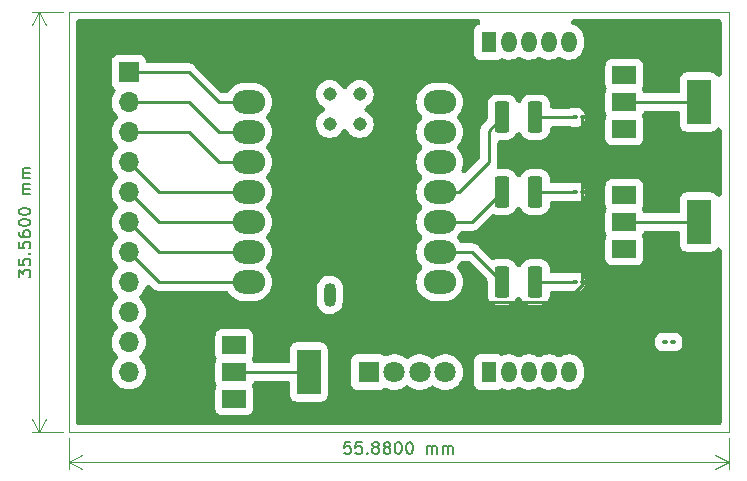
<source format=gbr>
%TF.GenerationSoftware,KiCad,Pcbnew,6.0.11+dfsg-1*%
%TF.CreationDate,2024-03-21T09:56:46-04:00*%
%TF.ProjectId,MainPCB,4d61696e-5043-4422-9e6b-696361645f70,rev?*%
%TF.SameCoordinates,Original*%
%TF.FileFunction,Copper,L1,Top*%
%TF.FilePolarity,Positive*%
%FSLAX45Y45*%
G04 Gerber Fmt 4.5, Leading zero omitted, Abs format (unit mm)*
G04 Created by KiCad (PCBNEW 6.0.11+dfsg-1) date 2024-03-21 09:56:46*
%MOMM*%
%LPD*%
G01*
G04 APERTURE LIST*
G04 Aperture macros list*
%AMRoundRect*
0 Rectangle with rounded corners*
0 $1 Rounding radius*
0 $2 $3 $4 $5 $6 $7 $8 $9 X,Y pos of 4 corners*
0 Add a 4 corners polygon primitive as box body*
4,1,4,$2,$3,$4,$5,$6,$7,$8,$9,$2,$3,0*
0 Add four circle primitives for the rounded corners*
1,1,$1+$1,$2,$3*
1,1,$1+$1,$4,$5*
1,1,$1+$1,$6,$7*
1,1,$1+$1,$8,$9*
0 Add four rect primitives between the rounded corners*
20,1,$1+$1,$2,$3,$4,$5,0*
20,1,$1+$1,$4,$5,$6,$7,0*
20,1,$1+$1,$6,$7,$8,$9,0*
20,1,$1+$1,$8,$9,$2,$3,0*%
G04 Aperture macros list end*
%TA.AperFunction,Profile*%
%ADD10C,0.100000*%
%TD*%
%ADD11C,0.150000*%
%TA.AperFunction,ComponentPad*%
%ADD12R,1.275000X1.800000*%
%TD*%
%TA.AperFunction,ComponentPad*%
%ADD13O,1.275000X1.800000*%
%TD*%
%TA.AperFunction,SMDPad,CuDef*%
%ADD14RoundRect,0.100000X-0.130000X-0.100000X0.130000X-0.100000X0.130000X0.100000X-0.130000X0.100000X0*%
%TD*%
%TA.AperFunction,SMDPad,CuDef*%
%ADD15RoundRect,0.250000X0.375000X1.075000X-0.375000X1.075000X-0.375000X-1.075000X0.375000X-1.075000X0*%
%TD*%
%TA.AperFunction,SMDPad,CuDef*%
%ADD16R,2.000000X1.500000*%
%TD*%
%TA.AperFunction,SMDPad,CuDef*%
%ADD17R,2.000000X3.800000*%
%TD*%
%TA.AperFunction,SMDPad,CuDef*%
%ADD18O,2.748280X1.998980*%
%TD*%
%TA.AperFunction,SMDPad,CuDef*%
%ADD19O,1.016000X2.032000*%
%TD*%
%TA.AperFunction,SMDPad,CuDef*%
%ADD20C,1.143000*%
%TD*%
%TA.AperFunction,ComponentPad*%
%ADD21R,1.800000X1.800000*%
%TD*%
%TA.AperFunction,ComponentPad*%
%ADD22C,1.800000*%
%TD*%
%TA.AperFunction,ComponentPad*%
%ADD23R,1.700000X1.700000*%
%TD*%
%TA.AperFunction,ComponentPad*%
%ADD24O,1.700000X1.700000*%
%TD*%
%TA.AperFunction,Conductor*%
%ADD25C,0.250000*%
%TD*%
G04 APERTURE END LIST*
D10*
X19050000Y-11430000D02*
X13462000Y-11430000D01*
X13462000Y-11430000D02*
X13462000Y-7874000D01*
X13462000Y-7874000D02*
X19050000Y-7874000D01*
X19050000Y-7874000D02*
X19050000Y-11430000D01*
D11*
X13038238Y-10118667D02*
X13038238Y-10056762D01*
X13076333Y-10090095D01*
X13076333Y-10075810D01*
X13081095Y-10066286D01*
X13085857Y-10061524D01*
X13095381Y-10056762D01*
X13119190Y-10056762D01*
X13128714Y-10061524D01*
X13133476Y-10066286D01*
X13138238Y-10075810D01*
X13138238Y-10104381D01*
X13133476Y-10113905D01*
X13128714Y-10118667D01*
X13038238Y-9966286D02*
X13038238Y-10013905D01*
X13085857Y-10018667D01*
X13081095Y-10013905D01*
X13076333Y-10004381D01*
X13076333Y-9980571D01*
X13081095Y-9971048D01*
X13085857Y-9966286D01*
X13095381Y-9961524D01*
X13119190Y-9961524D01*
X13128714Y-9966286D01*
X13133476Y-9971048D01*
X13138238Y-9980571D01*
X13138238Y-10004381D01*
X13133476Y-10013905D01*
X13128714Y-10018667D01*
X13128714Y-9918667D02*
X13133476Y-9913905D01*
X13138238Y-9918667D01*
X13133476Y-9923429D01*
X13128714Y-9918667D01*
X13138238Y-9918667D01*
X13038238Y-9823429D02*
X13038238Y-9871048D01*
X13085857Y-9875810D01*
X13081095Y-9871048D01*
X13076333Y-9861524D01*
X13076333Y-9837714D01*
X13081095Y-9828190D01*
X13085857Y-9823429D01*
X13095381Y-9818667D01*
X13119190Y-9818667D01*
X13128714Y-9823429D01*
X13133476Y-9828190D01*
X13138238Y-9837714D01*
X13138238Y-9861524D01*
X13133476Y-9871048D01*
X13128714Y-9875810D01*
X13038238Y-9732952D02*
X13038238Y-9752000D01*
X13043000Y-9761524D01*
X13047762Y-9766286D01*
X13062048Y-9775810D01*
X13081095Y-9780571D01*
X13119190Y-9780571D01*
X13128714Y-9775810D01*
X13133476Y-9771048D01*
X13138238Y-9761524D01*
X13138238Y-9742476D01*
X13133476Y-9732952D01*
X13128714Y-9728190D01*
X13119190Y-9723429D01*
X13095381Y-9723429D01*
X13085857Y-9728190D01*
X13081095Y-9732952D01*
X13076333Y-9742476D01*
X13076333Y-9761524D01*
X13081095Y-9771048D01*
X13085857Y-9775810D01*
X13095381Y-9780571D01*
X13038238Y-9661524D02*
X13038238Y-9652000D01*
X13043000Y-9642476D01*
X13047762Y-9637714D01*
X13057286Y-9632952D01*
X13076333Y-9628190D01*
X13100143Y-9628190D01*
X13119190Y-9632952D01*
X13128714Y-9637714D01*
X13133476Y-9642476D01*
X13138238Y-9652000D01*
X13138238Y-9661524D01*
X13133476Y-9671048D01*
X13128714Y-9675810D01*
X13119190Y-9680571D01*
X13100143Y-9685333D01*
X13076333Y-9685333D01*
X13057286Y-9680571D01*
X13047762Y-9675810D01*
X13043000Y-9671048D01*
X13038238Y-9661524D01*
X13038238Y-9566286D02*
X13038238Y-9556762D01*
X13043000Y-9547238D01*
X13047762Y-9542476D01*
X13057286Y-9537714D01*
X13076333Y-9532952D01*
X13100143Y-9532952D01*
X13119190Y-9537714D01*
X13128714Y-9542476D01*
X13133476Y-9547238D01*
X13138238Y-9556762D01*
X13138238Y-9566286D01*
X13133476Y-9575810D01*
X13128714Y-9580571D01*
X13119190Y-9585333D01*
X13100143Y-9590095D01*
X13076333Y-9590095D01*
X13057286Y-9585333D01*
X13047762Y-9580571D01*
X13043000Y-9575810D01*
X13038238Y-9566286D01*
X13138238Y-9413905D02*
X13071571Y-9413905D01*
X13081095Y-9413905D02*
X13076333Y-9409143D01*
X13071571Y-9399619D01*
X13071571Y-9385333D01*
X13076333Y-9375810D01*
X13085857Y-9371048D01*
X13138238Y-9371048D01*
X13085857Y-9371048D02*
X13076333Y-9366286D01*
X13071571Y-9356762D01*
X13071571Y-9342476D01*
X13076333Y-9332952D01*
X13085857Y-9328190D01*
X13138238Y-9328190D01*
X13138238Y-9280571D02*
X13071571Y-9280571D01*
X13081095Y-9280571D02*
X13076333Y-9275810D01*
X13071571Y-9266286D01*
X13071571Y-9252000D01*
X13076333Y-9242476D01*
X13085857Y-9237714D01*
X13138238Y-9237714D01*
X13085857Y-9237714D02*
X13076333Y-9232952D01*
X13071571Y-9223429D01*
X13071571Y-9209143D01*
X13076333Y-9199619D01*
X13085857Y-9194857D01*
X13138238Y-9194857D01*
D10*
X13412000Y-7874000D02*
X13149358Y-7874000D01*
X13412000Y-11430000D02*
X13149358Y-11430000D01*
X13208000Y-7874000D02*
X13208000Y-11430000D01*
X13208000Y-7874000D02*
X13208000Y-11430000D01*
X13208000Y-7874000D02*
X13149358Y-7986650D01*
X13208000Y-7874000D02*
X13266642Y-7986650D01*
X13208000Y-11430000D02*
X13266642Y-11317350D01*
X13208000Y-11430000D02*
X13149358Y-11317350D01*
D11*
X15846476Y-11514238D02*
X15798857Y-11514238D01*
X15794095Y-11561857D01*
X15798857Y-11557095D01*
X15808381Y-11552333D01*
X15832190Y-11552333D01*
X15841714Y-11557095D01*
X15846476Y-11561857D01*
X15851238Y-11571381D01*
X15851238Y-11595190D01*
X15846476Y-11604714D01*
X15841714Y-11609476D01*
X15832190Y-11614238D01*
X15808381Y-11614238D01*
X15798857Y-11609476D01*
X15794095Y-11604714D01*
X15941714Y-11514238D02*
X15894095Y-11514238D01*
X15889333Y-11561857D01*
X15894095Y-11557095D01*
X15903619Y-11552333D01*
X15927428Y-11552333D01*
X15936952Y-11557095D01*
X15941714Y-11561857D01*
X15946476Y-11571381D01*
X15946476Y-11595190D01*
X15941714Y-11604714D01*
X15936952Y-11609476D01*
X15927428Y-11614238D01*
X15903619Y-11614238D01*
X15894095Y-11609476D01*
X15889333Y-11604714D01*
X15989333Y-11604714D02*
X15994095Y-11609476D01*
X15989333Y-11614238D01*
X15984571Y-11609476D01*
X15989333Y-11604714D01*
X15989333Y-11614238D01*
X16051238Y-11557095D02*
X16041714Y-11552333D01*
X16036952Y-11547571D01*
X16032190Y-11538047D01*
X16032190Y-11533286D01*
X16036952Y-11523762D01*
X16041714Y-11519000D01*
X16051238Y-11514238D01*
X16070286Y-11514238D01*
X16079809Y-11519000D01*
X16084571Y-11523762D01*
X16089333Y-11533286D01*
X16089333Y-11538047D01*
X16084571Y-11547571D01*
X16079809Y-11552333D01*
X16070286Y-11557095D01*
X16051238Y-11557095D01*
X16041714Y-11561857D01*
X16036952Y-11566619D01*
X16032190Y-11576143D01*
X16032190Y-11595190D01*
X16036952Y-11604714D01*
X16041714Y-11609476D01*
X16051238Y-11614238D01*
X16070286Y-11614238D01*
X16079809Y-11609476D01*
X16084571Y-11604714D01*
X16089333Y-11595190D01*
X16089333Y-11576143D01*
X16084571Y-11566619D01*
X16079809Y-11561857D01*
X16070286Y-11557095D01*
X16146476Y-11557095D02*
X16136952Y-11552333D01*
X16132190Y-11547571D01*
X16127428Y-11538047D01*
X16127428Y-11533286D01*
X16132190Y-11523762D01*
X16136952Y-11519000D01*
X16146476Y-11514238D01*
X16165524Y-11514238D01*
X16175048Y-11519000D01*
X16179809Y-11523762D01*
X16184571Y-11533286D01*
X16184571Y-11538047D01*
X16179809Y-11547571D01*
X16175048Y-11552333D01*
X16165524Y-11557095D01*
X16146476Y-11557095D01*
X16136952Y-11561857D01*
X16132190Y-11566619D01*
X16127428Y-11576143D01*
X16127428Y-11595190D01*
X16132190Y-11604714D01*
X16136952Y-11609476D01*
X16146476Y-11614238D01*
X16165524Y-11614238D01*
X16175048Y-11609476D01*
X16179809Y-11604714D01*
X16184571Y-11595190D01*
X16184571Y-11576143D01*
X16179809Y-11566619D01*
X16175048Y-11561857D01*
X16165524Y-11557095D01*
X16246476Y-11514238D02*
X16256000Y-11514238D01*
X16265524Y-11519000D01*
X16270286Y-11523762D01*
X16275048Y-11533286D01*
X16279809Y-11552333D01*
X16279809Y-11576143D01*
X16275048Y-11595190D01*
X16270286Y-11604714D01*
X16265524Y-11609476D01*
X16256000Y-11614238D01*
X16246476Y-11614238D01*
X16236952Y-11609476D01*
X16232190Y-11604714D01*
X16227428Y-11595190D01*
X16222667Y-11576143D01*
X16222667Y-11552333D01*
X16227428Y-11533286D01*
X16232190Y-11523762D01*
X16236952Y-11519000D01*
X16246476Y-11514238D01*
X16341714Y-11514238D02*
X16351238Y-11514238D01*
X16360762Y-11519000D01*
X16365524Y-11523762D01*
X16370286Y-11533286D01*
X16375048Y-11552333D01*
X16375048Y-11576143D01*
X16370286Y-11595190D01*
X16365524Y-11604714D01*
X16360762Y-11609476D01*
X16351238Y-11614238D01*
X16341714Y-11614238D01*
X16332190Y-11609476D01*
X16327428Y-11604714D01*
X16322667Y-11595190D01*
X16317905Y-11576143D01*
X16317905Y-11552333D01*
X16322667Y-11533286D01*
X16327428Y-11523762D01*
X16332190Y-11519000D01*
X16341714Y-11514238D01*
X16494095Y-11614238D02*
X16494095Y-11547571D01*
X16494095Y-11557095D02*
X16498857Y-11552333D01*
X16508381Y-11547571D01*
X16522667Y-11547571D01*
X16532190Y-11552333D01*
X16536952Y-11561857D01*
X16536952Y-11614238D01*
X16536952Y-11561857D02*
X16541714Y-11552333D01*
X16551238Y-11547571D01*
X16565524Y-11547571D01*
X16575048Y-11552333D01*
X16579809Y-11561857D01*
X16579809Y-11614238D01*
X16627428Y-11614238D02*
X16627428Y-11547571D01*
X16627428Y-11557095D02*
X16632190Y-11552333D01*
X16641714Y-11547571D01*
X16656000Y-11547571D01*
X16665524Y-11552333D01*
X16670286Y-11561857D01*
X16670286Y-11614238D01*
X16670286Y-11561857D02*
X16675048Y-11552333D01*
X16684571Y-11547571D01*
X16698857Y-11547571D01*
X16708381Y-11552333D01*
X16713143Y-11561857D01*
X16713143Y-11614238D01*
D10*
X13462000Y-11480000D02*
X13462000Y-11742642D01*
X19050000Y-11480000D02*
X19050000Y-11742642D01*
X13462000Y-11684000D02*
X19050000Y-11684000D01*
X13462000Y-11684000D02*
X19050000Y-11684000D01*
X13462000Y-11684000D02*
X13574650Y-11742642D01*
X13462000Y-11684000D02*
X13574650Y-11625358D01*
X19050000Y-11684000D02*
X18937350Y-11625358D01*
X19050000Y-11684000D02*
X18937350Y-11742642D01*
D12*
%TO.P,U5,1,VIN*%
%TO.N,unconnected-(U5-Pad1)*%
X17018000Y-10922000D03*
D13*
%TO.P,U5,2,OUT*%
%TO.N,unconnected-(U5-Pad2)*%
X17188000Y-10922000D03*
%TO.P,U5,3,GND*%
%TO.N,unconnected-(U5-Pad3)*%
X17358000Y-10922000D03*
%TO.P,U5,4,FB*%
%TO.N,unconnected-(U5-Pad4)*%
X17528000Y-10922000D03*
%TO.P,U5,5,~{ON}/OFF*%
%TO.N,unconnected-(U5-Pad5)*%
X17698000Y-10922000D03*
%TD*%
D14*
%TO.P,R1,1*%
%TO.N,Net-(D1-Pad1)*%
X17748000Y-8765000D03*
%TO.P,R1,2*%
%TO.N,Net-(U4-Pad16)*%
X17812000Y-8765000D03*
%TD*%
D15*
%TO.P,D1,1,K*%
%TO.N,Net-(D1-Pad1)*%
X17412000Y-8765000D03*
%TO.P,D1,2,A*%
%TO.N,Net-(U4-Pad11)*%
X17132000Y-8765000D03*
%TD*%
D16*
%TO.P,U3,1,GND*%
%TO.N,unconnected-(U3-Pad1)*%
X18166000Y-8406000D03*
D17*
%TO.P,U3,2,VO*%
%TO.N,unconnected-(U3-Pad2)*%
X18796000Y-8636000D03*
D16*
X18166000Y-8636000D03*
%TO.P,U3,3,VI*%
%TO.N,unconnected-(U3-Pad3)*%
X18166000Y-8866000D03*
%TD*%
D18*
%TO.P,U4,1,PA02_A0_D0*%
%TO.N,Net-(J1-Pad1)*%
X14986000Y-8636000D03*
%TO.P,U4,2,PA4_A1_D1*%
%TO.N,Net-(J1-Pad2)*%
X14986000Y-8890000D03*
%TO.P,U4,3,PA10_A2_D2*%
%TO.N,Net-(J1-Pad3)*%
X14986000Y-9144000D03*
%TO.P,U4,4,PA11_A3_D3*%
%TO.N,Net-(J1-Pad4)*%
X14986000Y-9398000D03*
%TO.P,U4,5,PA8_A4_D4_SDA*%
%TO.N,Net-(J1-Pad5)*%
X14986000Y-9652000D03*
%TO.P,U4,6,PA9_A5_D5_SCL*%
%TO.N,Net-(J1-Pad6)*%
X14986000Y-9906000D03*
%TO.P,U4,7,PB08_A6_D6_TX*%
%TO.N,Net-(J1-Pad7)*%
X14986000Y-10160000D03*
%TO.P,U4,8,PB09_A7_D7_RX*%
%TO.N,unconnected-(U4-Pad8)*%
X16602456Y-10160000D03*
%TO.P,U4,9,PA7_A8_D8_SCK*%
%TO.N,Net-(U4-Pad9)*%
X16602456Y-9906000D03*
%TO.P,U4,10,PA5_A9_D9_MISO*%
%TO.N,Net-(U4-Pad10)*%
X16602456Y-9652000D03*
%TO.P,U4,11,PA6_A10_D10_MOSI*%
%TO.N,Net-(U4-Pad11)*%
X16602456Y-9398000D03*
%TO.P,U4,12,3V3*%
%TO.N,unconnected-(U4-Pad12)*%
X16602456Y-9144000D03*
%TO.P,U4,13,GND*%
%TO.N,unconnected-(U4-Pad13)*%
X16602456Y-8890000D03*
%TO.P,U4,14,5V*%
%TO.N,unconnected-(U4-Pad14)*%
X16602456Y-8636000D03*
D19*
%TO.P,U4,15,5V*%
%TO.N,unconnected-(U4-Pad15)*%
X15672688Y-10267782D03*
%TO.P,U4,16,GND*%
%TO.N,Net-(U4-Pad16)*%
X15927688Y-10267782D03*
D20*
%TO.P,U4,17,PA31_SWDIO*%
%TO.N,unconnected-(U4-Pad17)*%
X15672568Y-8567363D03*
%TO.P,U4,18,PA30_SWCLK*%
%TO.N,unconnected-(U4-Pad18)*%
X15926568Y-8567363D03*
%TO.P,U4,19,RESET*%
%TO.N,unconnected-(U4-Pad19)*%
X15672568Y-8821363D03*
%TO.P,U4,20,GND*%
%TO.N,unconnected-(U4-Pad20)*%
X15926568Y-8821363D03*
%TD*%
D16*
%TO.P,U2,1,GND*%
%TO.N,unconnected-(U2-Pad1)*%
X18166000Y-9422000D03*
D17*
%TO.P,U2,2,VO*%
%TO.N,unconnected-(U2-Pad2)*%
X18796000Y-9652000D03*
D16*
X18166000Y-9652000D03*
%TO.P,U2,3,VI*%
%TO.N,unconnected-(U2-Pad3)*%
X18166000Y-9882000D03*
%TD*%
D15*
%TO.P,D2,1,K*%
%TO.N,Net-(D2-Pad1)*%
X17412000Y-10160000D03*
%TO.P,D2,2,A*%
%TO.N,Net-(U4-Pad9)*%
X17132000Y-10160000D03*
%TD*%
D14*
%TO.P,R2,1*%
%TO.N,Net-(R2-Pad1)*%
X17748000Y-9398000D03*
%TO.P,R2,2*%
%TO.N,Net-(U4-Pad16)*%
X17812000Y-9398000D03*
%TD*%
D21*
%TO.P,D4,1,A*%
%TO.N,unconnected-(D4-Pad1)*%
X16002000Y-10922000D03*
D22*
%TO.P,D4,2,RK*%
%TO.N,unconnected-(D4-Pad2)*%
X16217900Y-10922000D03*
%TO.P,D4,3,GK*%
%TO.N,unconnected-(D4-Pad3)*%
X16433800Y-10922000D03*
%TO.P,D4,4,BK*%
%TO.N,unconnected-(D4-Pad4)*%
X16649700Y-10922000D03*
%TD*%
D15*
%TO.P,D3,1,K*%
%TO.N,Net-(R2-Pad1)*%
X17412000Y-9398000D03*
%TO.P,D3,2,A*%
%TO.N,Net-(U4-Pad10)*%
X17132000Y-9398000D03*
%TD*%
D14*
%TO.P,R3,1*%
%TO.N,Net-(D2-Pad1)*%
X17748000Y-10160000D03*
%TO.P,R3,2*%
%TO.N,Net-(U4-Pad16)*%
X17812000Y-10160000D03*
%TD*%
D16*
%TO.P,U1,1,GND*%
%TO.N,unconnected-(U1-Pad1)*%
X14864000Y-10692000D03*
%TO.P,U1,2,VO*%
%TO.N,unconnected-(U1-Pad2)*%
X14864000Y-10922000D03*
D17*
X15494000Y-10922000D03*
D16*
%TO.P,U1,3,VI*%
%TO.N,unconnected-(U1-Pad3)*%
X14864000Y-11152000D03*
%TD*%
D23*
%TO.P,J1,1,Pin_1*%
%TO.N,Net-(J1-Pad1)*%
X13970000Y-8382000D03*
D24*
%TO.P,J1,2,Pin_2*%
%TO.N,Net-(J1-Pad2)*%
X13970000Y-8636000D03*
%TO.P,J1,3,Pin_3*%
%TO.N,Net-(J1-Pad3)*%
X13970000Y-8890000D03*
%TO.P,J1,4,Pin_4*%
%TO.N,Net-(J1-Pad4)*%
X13970000Y-9144000D03*
%TO.P,J1,5,Pin_5*%
%TO.N,Net-(J1-Pad5)*%
X13970000Y-9398000D03*
%TO.P,J1,6,Pin_6*%
%TO.N,Net-(J1-Pad6)*%
X13970000Y-9652000D03*
%TO.P,J1,7,Pin_7*%
%TO.N,Net-(J1-Pad7)*%
X13970000Y-9906000D03*
%TO.P,J1,8,Pin_8*%
%TO.N,unconnected-(J1-Pad8)*%
X13970000Y-10160000D03*
%TO.P,J1,9,Pin_9*%
%TO.N,unconnected-(J1-Pad9)*%
X13970000Y-10414000D03*
%TO.P,J1,10,Pin_10*%
%TO.N,unconnected-(J1-Pad10)*%
X13970000Y-10668000D03*
%TO.P,J1,11,Pin_11*%
%TO.N,unconnected-(J1-Pad11)*%
X13970000Y-10922000D03*
%TD*%
D12*
%TO.P,U6,1,VIN*%
%TO.N,unconnected-(U6-Pad1)*%
X17018000Y-8128000D03*
D13*
%TO.P,U6,2,OUT*%
%TO.N,unconnected-(U6-Pad2)*%
X17188000Y-8128000D03*
%TO.P,U6,3,GND*%
%TO.N,unconnected-(U6-Pad3)*%
X17358000Y-8128000D03*
%TO.P,U6,4,FB*%
%TO.N,unconnected-(U6-Pad4)*%
X17528000Y-8128000D03*
%TO.P,U6,5,~{ON}/OFF*%
%TO.N,unconnected-(U6-Pad5)*%
X17698000Y-8128000D03*
%TD*%
D14*
%TO.P,R4,1*%
%TO.N,unconnected-(R4-Pad1)*%
X18510000Y-10668000D03*
%TO.P,R4,2*%
%TO.N,unconnected-(R4-Pad2)*%
X18574000Y-10668000D03*
%TD*%
D25*
%TO.N,unconnected-(U1-Pad2)*%
X14864000Y-10922000D02*
X15494000Y-10922000D01*
%TO.N,unconnected-(U3-Pad2)*%
X18166000Y-8636000D02*
X18796000Y-8636000D01*
%TO.N,unconnected-(U2-Pad2)*%
X18166000Y-9652000D02*
X18796000Y-9652000D01*
%TO.N,Net-(U4-Pad16)*%
X17812000Y-10160000D02*
X17803500Y-10151500D01*
X17803500Y-10151500D02*
X17803500Y-9398000D01*
X15927688Y-10267782D02*
X15984906Y-10325000D01*
X15984906Y-10325000D02*
X17666104Y-10325000D01*
X17666104Y-10325000D02*
X17812000Y-10179104D01*
X17812000Y-10179104D02*
X17812000Y-10160000D01*
X17803500Y-8773500D02*
X17812000Y-8765000D01*
X17803500Y-9398000D02*
X17803500Y-8773500D01*
X17803500Y-9398000D02*
X17812000Y-9398000D01*
%TO.N,Net-(D2-Pad1)*%
X17412000Y-10160000D02*
X17756500Y-10160000D01*
%TO.N,Net-(R2-Pad1)*%
X17412000Y-9398000D02*
X17756500Y-9398000D01*
%TO.N,Net-(D1-Pad1)*%
X17412000Y-8765000D02*
X17748000Y-8765000D01*
%TO.N,Net-(U4-Pad9)*%
X16602456Y-9906000D02*
X16878000Y-9906000D01*
X16878000Y-9906000D02*
X17132000Y-10160000D01*
%TO.N,Net-(U4-Pad10)*%
X16602456Y-9652000D02*
X16878000Y-9652000D01*
X16878000Y-9652000D02*
X17132000Y-9398000D01*
%TO.N,Net-(U4-Pad11)*%
X17018000Y-8879000D02*
X17018000Y-9144000D01*
X17132000Y-8765000D02*
X17018000Y-8879000D01*
X17018000Y-9144000D02*
X16764000Y-9398000D01*
X16764000Y-9398000D02*
X16602456Y-9398000D01*
%TO.N,Net-(J1-Pad1)*%
X13970000Y-8382000D02*
X14478000Y-8382000D01*
X14732000Y-8636000D02*
X14986000Y-8636000D01*
X14478000Y-8382000D02*
X14732000Y-8636000D01*
%TO.N,Net-(J1-Pad2)*%
X14478000Y-8636000D02*
X14732000Y-8890000D01*
X14732000Y-8890000D02*
X14986000Y-8890000D01*
X13970000Y-8636000D02*
X14478000Y-8636000D01*
%TO.N,Net-(J1-Pad3)*%
X13970000Y-8890000D02*
X14478000Y-8890000D01*
X14478000Y-8890000D02*
X14732000Y-9144000D01*
X14986000Y-9144000D02*
X14732000Y-9144000D01*
%TO.N,Net-(J1-Pad4)*%
X14986000Y-9398000D02*
X14224000Y-9398000D01*
X14224000Y-9398000D02*
X13970000Y-9144000D01*
%TO.N,Net-(J1-Pad5)*%
X13970000Y-9398000D02*
X14224000Y-9652000D01*
X14224000Y-9652000D02*
X14986000Y-9652000D01*
%TO.N,Net-(J1-Pad6)*%
X14224000Y-9906000D02*
X14986000Y-9906000D01*
X13970000Y-9652000D02*
X14224000Y-9906000D01*
%TO.N,Net-(J1-Pad7)*%
X13970000Y-9906000D02*
X14224000Y-10160000D01*
X14224000Y-10160000D02*
X14986000Y-10160000D01*
%TD*%
%TA.AperFunction,Conductor*%
%TO.N,Net-(U4-Pad16)*%
G36*
X16932637Y-7935945D02*
G01*
X16940716Y-7941343D01*
X16946113Y-7949421D01*
X16948009Y-7958950D01*
X16946113Y-7968479D01*
X16940716Y-7976557D01*
X16932637Y-7981955D01*
X16923966Y-7985546D01*
X16922671Y-7986540D01*
X16922671Y-7986540D01*
X16917377Y-7990602D01*
X16911422Y-7995172D01*
X16910428Y-7996467D01*
X16902790Y-8006421D01*
X16902790Y-8006421D01*
X16901796Y-8007716D01*
X16895746Y-8022324D01*
X16894200Y-8034064D01*
X16894200Y-8221936D01*
X16895746Y-8233676D01*
X16896370Y-8235184D01*
X16901025Y-8246422D01*
X16901796Y-8248284D01*
X16902790Y-8249579D01*
X16902790Y-8249579D01*
X16908195Y-8256623D01*
X16911422Y-8260828D01*
X16912717Y-8261822D01*
X16922671Y-8269460D01*
X16922671Y-8269460D01*
X16923966Y-8270454D01*
X16925474Y-8271078D01*
X16925474Y-8271078D01*
X16928382Y-8272283D01*
X16938574Y-8276504D01*
X16940192Y-8276717D01*
X16940192Y-8276717D01*
X16942019Y-8276958D01*
X16950314Y-8278050D01*
X17017992Y-8278050D01*
X17085686Y-8278050D01*
X17086494Y-8277943D01*
X17086494Y-8277943D01*
X17090766Y-8277381D01*
X17097426Y-8276504D01*
X17107619Y-8272283D01*
X17110526Y-8271078D01*
X17110526Y-8271078D01*
X17112034Y-8270454D01*
X17113329Y-8269460D01*
X17114742Y-8268644D01*
X17114930Y-8268970D01*
X17120952Y-8266000D01*
X17130646Y-8265365D01*
X17137404Y-8267252D01*
X17148353Y-8272058D01*
X17162723Y-8275508D01*
X17168763Y-8276958D01*
X17168763Y-8276958D01*
X17169842Y-8277217D01*
X17170949Y-8277281D01*
X17170950Y-8277281D01*
X17190797Y-8278425D01*
X17190798Y-8278425D01*
X17191904Y-8278489D01*
X17213844Y-8275834D01*
X17234966Y-8269336D01*
X17254604Y-8259200D01*
X17257963Y-8256623D01*
X17266676Y-8252326D01*
X17276371Y-8251690D01*
X17285571Y-8254813D01*
X17287008Y-8255710D01*
X17298118Y-8263175D01*
X17318353Y-8272058D01*
X17332723Y-8275508D01*
X17338763Y-8276958D01*
X17338763Y-8276958D01*
X17339842Y-8277217D01*
X17340949Y-8277281D01*
X17340950Y-8277281D01*
X17360797Y-8278425D01*
X17360798Y-8278425D01*
X17361904Y-8278489D01*
X17383844Y-8275834D01*
X17404966Y-8269336D01*
X17424604Y-8259200D01*
X17427963Y-8256623D01*
X17436676Y-8252326D01*
X17446371Y-8251690D01*
X17455571Y-8254813D01*
X17457008Y-8255710D01*
X17468118Y-8263175D01*
X17488353Y-8272058D01*
X17502723Y-8275508D01*
X17508763Y-8276958D01*
X17508763Y-8276958D01*
X17509842Y-8277217D01*
X17510949Y-8277281D01*
X17510950Y-8277281D01*
X17530797Y-8278425D01*
X17530798Y-8278425D01*
X17531904Y-8278489D01*
X17553844Y-8275834D01*
X17574966Y-8269336D01*
X17594604Y-8259200D01*
X17597963Y-8256623D01*
X17606676Y-8252326D01*
X17616371Y-8251690D01*
X17625571Y-8254813D01*
X17627008Y-8255710D01*
X17638118Y-8263175D01*
X17658353Y-8272058D01*
X17672723Y-8275508D01*
X17678763Y-8276958D01*
X17678763Y-8276958D01*
X17679842Y-8277217D01*
X17680949Y-8277281D01*
X17680950Y-8277281D01*
X17700797Y-8278425D01*
X17700798Y-8278425D01*
X17701904Y-8278489D01*
X17723844Y-8275834D01*
X17744966Y-8269336D01*
X17764604Y-8259200D01*
X17777142Y-8249579D01*
X17781256Y-8246422D01*
X17781256Y-8246422D01*
X17782136Y-8245747D01*
X17793120Y-8233676D01*
X17796263Y-8230222D01*
X17796263Y-8230222D01*
X17797009Y-8229402D01*
X17808753Y-8210681D01*
X17816995Y-8190177D01*
X17821477Y-8168537D01*
X17821800Y-8162928D01*
X17821800Y-8096143D01*
X17820336Y-8079738D01*
X17814505Y-8058422D01*
X17813356Y-8056014D01*
X17805468Y-8039477D01*
X17805468Y-8039476D01*
X17804991Y-8038476D01*
X17801820Y-8034064D01*
X17792742Y-8021430D01*
X17792095Y-8020530D01*
X17791299Y-8019758D01*
X17777021Y-8005922D01*
X17777021Y-8005922D01*
X17776225Y-8005150D01*
X17775304Y-8004532D01*
X17775304Y-8004532D01*
X17763041Y-7996291D01*
X17757882Y-7992825D01*
X17737647Y-7983942D01*
X17734398Y-7983162D01*
X17725575Y-7979095D01*
X17718980Y-7971960D01*
X17715617Y-7962845D01*
X17715999Y-7953137D01*
X17720066Y-7944314D01*
X17727200Y-7937719D01*
X17736315Y-7934357D01*
X17740211Y-7934050D01*
X18965050Y-7934050D01*
X18974579Y-7935945D01*
X18982657Y-7941343D01*
X18988055Y-7949421D01*
X18989950Y-7958950D01*
X18989950Y-8396442D01*
X18988055Y-8405971D01*
X18982657Y-8414049D01*
X18974579Y-8419447D01*
X18965050Y-8421342D01*
X18955521Y-8419447D01*
X18947443Y-8414049D01*
X18945296Y-8411600D01*
X18939822Y-8404467D01*
X18938828Y-8403172D01*
X18930058Y-8396442D01*
X18927579Y-8394540D01*
X18927579Y-8394540D01*
X18926284Y-8393546D01*
X18924776Y-8392922D01*
X18924776Y-8392922D01*
X18919741Y-8390836D01*
X18911676Y-8387496D01*
X18910059Y-8387283D01*
X18910058Y-8387283D01*
X18906707Y-8386841D01*
X18899936Y-8385950D01*
X18796013Y-8385950D01*
X18692064Y-8385950D01*
X18691256Y-8386056D01*
X18691256Y-8386056D01*
X18686984Y-8386619D01*
X18680324Y-8387496D01*
X18678816Y-8388120D01*
X18667224Y-8392922D01*
X18667224Y-8392922D01*
X18665716Y-8393546D01*
X18664421Y-8394540D01*
X18664421Y-8394540D01*
X18661942Y-8396442D01*
X18653172Y-8403172D01*
X18652178Y-8404467D01*
X18644540Y-8414421D01*
X18644540Y-8414421D01*
X18643546Y-8415716D01*
X18637496Y-8430324D01*
X18635950Y-8442064D01*
X18635950Y-8538550D01*
X18634055Y-8548079D01*
X18628657Y-8556157D01*
X18620579Y-8561555D01*
X18611050Y-8563450D01*
X18348247Y-8563450D01*
X18338718Y-8561555D01*
X18330640Y-8556157D01*
X18325243Y-8548079D01*
X18324629Y-8546272D01*
X18324504Y-8545324D01*
X18323334Y-8542498D01*
X18318454Y-8530716D01*
X18318808Y-8530569D01*
X18316663Y-8524248D01*
X18317299Y-8514553D01*
X18318624Y-8511355D01*
X18318454Y-8511284D01*
X18320275Y-8506888D01*
X18324504Y-8496676D01*
X18324718Y-8495058D01*
X18325447Y-8489520D01*
X18326050Y-8484936D01*
X18326050Y-8327064D01*
X18325931Y-8326156D01*
X18324717Y-8316942D01*
X18324504Y-8315324D01*
X18318454Y-8300716D01*
X18317460Y-8299421D01*
X18317460Y-8299421D01*
X18309822Y-8289467D01*
X18308828Y-8288172D01*
X18302012Y-8282942D01*
X18297579Y-8279540D01*
X18297579Y-8279540D01*
X18296284Y-8278546D01*
X18294776Y-8277922D01*
X18294776Y-8277922D01*
X18288949Y-8275508D01*
X18281676Y-8272496D01*
X18280059Y-8272283D01*
X18280058Y-8272283D01*
X18276707Y-8271841D01*
X18269936Y-8270950D01*
X18166013Y-8270950D01*
X18062064Y-8270950D01*
X18061256Y-8271056D01*
X18061256Y-8271056D01*
X18057034Y-8271612D01*
X18050324Y-8272496D01*
X18048816Y-8273120D01*
X18037224Y-8277922D01*
X18037224Y-8277922D01*
X18035716Y-8278546D01*
X18034421Y-8279540D01*
X18034421Y-8279540D01*
X18029988Y-8282942D01*
X18023172Y-8288172D01*
X18022178Y-8289467D01*
X18014540Y-8299421D01*
X18014540Y-8299421D01*
X18013546Y-8300716D01*
X18007496Y-8315324D01*
X18007283Y-8316941D01*
X18007283Y-8316942D01*
X18006980Y-8319241D01*
X18005950Y-8327064D01*
X18005950Y-8484936D01*
X18006057Y-8485744D01*
X18006057Y-8485744D01*
X18006253Y-8487239D01*
X18007496Y-8496676D01*
X18009851Y-8502362D01*
X18013546Y-8511284D01*
X18013192Y-8511431D01*
X18015337Y-8517752D01*
X18014701Y-8527447D01*
X18013376Y-8530645D01*
X18013546Y-8530716D01*
X18007496Y-8545324D01*
X18007283Y-8546942D01*
X18007283Y-8546942D01*
X18007249Y-8547195D01*
X18005950Y-8557064D01*
X18005950Y-8714936D01*
X18007496Y-8726676D01*
X18008666Y-8729502D01*
X18013546Y-8741284D01*
X18013192Y-8741431D01*
X18015337Y-8747752D01*
X18014701Y-8757447D01*
X18013376Y-8760645D01*
X18013546Y-8760716D01*
X18007496Y-8775324D01*
X18007283Y-8776942D01*
X18007283Y-8776942D01*
X18007050Y-8778709D01*
X18005950Y-8787064D01*
X18005950Y-8944936D01*
X18007496Y-8956676D01*
X18013546Y-8971284D01*
X18014540Y-8972579D01*
X18014540Y-8972579D01*
X18017135Y-8975961D01*
X18023172Y-8983828D01*
X18024467Y-8984822D01*
X18034421Y-8992460D01*
X18034421Y-8992460D01*
X18035716Y-8993454D01*
X18037224Y-8994078D01*
X18037224Y-8994078D01*
X18042260Y-8996164D01*
X18050324Y-8999504D01*
X18051942Y-8999717D01*
X18051942Y-8999717D01*
X18055293Y-9000159D01*
X18062064Y-9001050D01*
X18165987Y-9001050D01*
X18269936Y-9001050D01*
X18270744Y-9000944D01*
X18270744Y-9000944D01*
X18275016Y-9000381D01*
X18281676Y-8999504D01*
X18286163Y-8997646D01*
X18294776Y-8994078D01*
X18294776Y-8994078D01*
X18296284Y-8993454D01*
X18297579Y-8992460D01*
X18297579Y-8992460D01*
X18307533Y-8984822D01*
X18308828Y-8983828D01*
X18314865Y-8975961D01*
X18317460Y-8972579D01*
X18317460Y-8972579D01*
X18318454Y-8971284D01*
X18324504Y-8956676D01*
X18324718Y-8955058D01*
X18325944Y-8945744D01*
X18326050Y-8944936D01*
X18326050Y-8787064D01*
X18324504Y-8775324D01*
X18318454Y-8760716D01*
X18318808Y-8760569D01*
X18316663Y-8754248D01*
X18317299Y-8744553D01*
X18318624Y-8741355D01*
X18318454Y-8741284D01*
X18323880Y-8728184D01*
X18323880Y-8728184D01*
X18324504Y-8726676D01*
X18324558Y-8726271D01*
X18328493Y-8718292D01*
X18335797Y-8711886D01*
X18344997Y-8708763D01*
X18348247Y-8708550D01*
X18611050Y-8708550D01*
X18620579Y-8710445D01*
X18628657Y-8715843D01*
X18634055Y-8723921D01*
X18635950Y-8733450D01*
X18635950Y-8829936D01*
X18637496Y-8841676D01*
X18638120Y-8843184D01*
X18642756Y-8854377D01*
X18643546Y-8856284D01*
X18644540Y-8857579D01*
X18644540Y-8857579D01*
X18650864Y-8865821D01*
X18653172Y-8868828D01*
X18654467Y-8869822D01*
X18664421Y-8877460D01*
X18664421Y-8877460D01*
X18665716Y-8878454D01*
X18667224Y-8879078D01*
X18667224Y-8879078D01*
X18668811Y-8879736D01*
X18680324Y-8884504D01*
X18681942Y-8884717D01*
X18681942Y-8884717D01*
X18685293Y-8885159D01*
X18692064Y-8886050D01*
X18795987Y-8886050D01*
X18899936Y-8886050D01*
X18900744Y-8885944D01*
X18900744Y-8885944D01*
X18905016Y-8885381D01*
X18911676Y-8884504D01*
X18923189Y-8879736D01*
X18924776Y-8879078D01*
X18924776Y-8879078D01*
X18926284Y-8878454D01*
X18927579Y-8877460D01*
X18927579Y-8877460D01*
X18937533Y-8869822D01*
X18938828Y-8868828D01*
X18945296Y-8860400D01*
X18952600Y-8853994D01*
X18961800Y-8850871D01*
X18971495Y-8851506D01*
X18980208Y-8855803D01*
X18986614Y-8863108D01*
X18989737Y-8872308D01*
X18989950Y-8875558D01*
X18989950Y-9412442D01*
X18988055Y-9421971D01*
X18982657Y-9430049D01*
X18974579Y-9435447D01*
X18965050Y-9437342D01*
X18955521Y-9435447D01*
X18947443Y-9430049D01*
X18945296Y-9427600D01*
X18939822Y-9420467D01*
X18938828Y-9419172D01*
X18936211Y-9417164D01*
X18927579Y-9410540D01*
X18927579Y-9410540D01*
X18926284Y-9409546D01*
X18924776Y-9408922D01*
X18924776Y-9408922D01*
X18919741Y-9406836D01*
X18911676Y-9403496D01*
X18910059Y-9403283D01*
X18910058Y-9403283D01*
X18906707Y-9402841D01*
X18899936Y-9401950D01*
X18796013Y-9401950D01*
X18692064Y-9401950D01*
X18691256Y-9402057D01*
X18691256Y-9402057D01*
X18686984Y-9402619D01*
X18680324Y-9403496D01*
X18678816Y-9404120D01*
X18667224Y-9408922D01*
X18667224Y-9408922D01*
X18665716Y-9409546D01*
X18664421Y-9410540D01*
X18664421Y-9410540D01*
X18655789Y-9417164D01*
X18653172Y-9419172D01*
X18652178Y-9420467D01*
X18644540Y-9430421D01*
X18644540Y-9430421D01*
X18643546Y-9431716D01*
X18637496Y-9446324D01*
X18635950Y-9458064D01*
X18635950Y-9554550D01*
X18634055Y-9564079D01*
X18628657Y-9572157D01*
X18620579Y-9577555D01*
X18611050Y-9579450D01*
X18348247Y-9579450D01*
X18338718Y-9577555D01*
X18330640Y-9572157D01*
X18325243Y-9564079D01*
X18324629Y-9562272D01*
X18324504Y-9561324D01*
X18323334Y-9558498D01*
X18318454Y-9546716D01*
X18318808Y-9546569D01*
X18316663Y-9540248D01*
X18317299Y-9530553D01*
X18318624Y-9527355D01*
X18318454Y-9527284D01*
X18319400Y-9525000D01*
X18324504Y-9512676D01*
X18324718Y-9511058D01*
X18325430Y-9505646D01*
X18326050Y-9500936D01*
X18326050Y-9343064D01*
X18324504Y-9331324D01*
X18321286Y-9323555D01*
X18319078Y-9318224D01*
X18319078Y-9318224D01*
X18318454Y-9316716D01*
X18317460Y-9315421D01*
X18317460Y-9315421D01*
X18309822Y-9305467D01*
X18308828Y-9304172D01*
X18307533Y-9303178D01*
X18297579Y-9295540D01*
X18297579Y-9295540D01*
X18296284Y-9294546D01*
X18294776Y-9293922D01*
X18294776Y-9293922D01*
X18286190Y-9290365D01*
X18281676Y-9288496D01*
X18280059Y-9288283D01*
X18280058Y-9288283D01*
X18276707Y-9287841D01*
X18269936Y-9286950D01*
X18166013Y-9286950D01*
X18062064Y-9286950D01*
X18061256Y-9287057D01*
X18061256Y-9287057D01*
X18056984Y-9287619D01*
X18050324Y-9288496D01*
X18048816Y-9289120D01*
X18037224Y-9293922D01*
X18037224Y-9293922D01*
X18035716Y-9294546D01*
X18034421Y-9295540D01*
X18034421Y-9295540D01*
X18024467Y-9303178D01*
X18023172Y-9304172D01*
X18022178Y-9305467D01*
X18014540Y-9315421D01*
X18014540Y-9315421D01*
X18013546Y-9316716D01*
X18007496Y-9331324D01*
X18007283Y-9332942D01*
X18007283Y-9332942D01*
X18006841Y-9336293D01*
X18005950Y-9343064D01*
X18005950Y-9500936D01*
X18007496Y-9512676D01*
X18008120Y-9514184D01*
X18008120Y-9514184D01*
X18013546Y-9527284D01*
X18013192Y-9527431D01*
X18015337Y-9533752D01*
X18014701Y-9543447D01*
X18013376Y-9546645D01*
X18013546Y-9546716D01*
X18007496Y-9561324D01*
X18007283Y-9562942D01*
X18007283Y-9562942D01*
X18006881Y-9565994D01*
X18005950Y-9573064D01*
X18005950Y-9730936D01*
X18007496Y-9742676D01*
X18008666Y-9745502D01*
X18013546Y-9757284D01*
X18013192Y-9757431D01*
X18015337Y-9763752D01*
X18014701Y-9773447D01*
X18013376Y-9776645D01*
X18013546Y-9776716D01*
X18007496Y-9791324D01*
X18007283Y-9792942D01*
X18007283Y-9792942D01*
X18007050Y-9794709D01*
X18005950Y-9803064D01*
X18005950Y-9960936D01*
X18007496Y-9972676D01*
X18008120Y-9974184D01*
X18008120Y-9974184D01*
X18011056Y-9981272D01*
X18013546Y-9987284D01*
X18014540Y-9988579D01*
X18014540Y-9988579D01*
X18017135Y-9991961D01*
X18023172Y-9999828D01*
X18024467Y-10000822D01*
X18034421Y-10008460D01*
X18034421Y-10008460D01*
X18035716Y-10009454D01*
X18037224Y-10010078D01*
X18037224Y-10010078D01*
X18042260Y-10012164D01*
X18050324Y-10015504D01*
X18051942Y-10015717D01*
X18051942Y-10015717D01*
X18055293Y-10016159D01*
X18062064Y-10017050D01*
X18165987Y-10017050D01*
X18269936Y-10017050D01*
X18270744Y-10016944D01*
X18270744Y-10016944D01*
X18275016Y-10016381D01*
X18281676Y-10015504D01*
X18286163Y-10013646D01*
X18294776Y-10010078D01*
X18294776Y-10010078D01*
X18296284Y-10009454D01*
X18297579Y-10008460D01*
X18297579Y-10008460D01*
X18307533Y-10000822D01*
X18308828Y-9999828D01*
X18314865Y-9991961D01*
X18317460Y-9988579D01*
X18317460Y-9988579D01*
X18318454Y-9987284D01*
X18324504Y-9972676D01*
X18324718Y-9971058D01*
X18325944Y-9961744D01*
X18326050Y-9960936D01*
X18326050Y-9803064D01*
X18324504Y-9791324D01*
X18318454Y-9776716D01*
X18318808Y-9776569D01*
X18316663Y-9770248D01*
X18317299Y-9760553D01*
X18318624Y-9757355D01*
X18318454Y-9757284D01*
X18323880Y-9744184D01*
X18323880Y-9744184D01*
X18324504Y-9742676D01*
X18324558Y-9742271D01*
X18328493Y-9734292D01*
X18335797Y-9727886D01*
X18344997Y-9724763D01*
X18348247Y-9724550D01*
X18611050Y-9724550D01*
X18620579Y-9726445D01*
X18628657Y-9731843D01*
X18634055Y-9739921D01*
X18635950Y-9749450D01*
X18635950Y-9845936D01*
X18637496Y-9857676D01*
X18638120Y-9859184D01*
X18642598Y-9869994D01*
X18643546Y-9872284D01*
X18644540Y-9873579D01*
X18644540Y-9873579D01*
X18650901Y-9881869D01*
X18653172Y-9884828D01*
X18654467Y-9885822D01*
X18664421Y-9893460D01*
X18664421Y-9893460D01*
X18665716Y-9894454D01*
X18667224Y-9895078D01*
X18667224Y-9895078D01*
X18672260Y-9897164D01*
X18680324Y-9900504D01*
X18681942Y-9900717D01*
X18681942Y-9900717D01*
X18685293Y-9901159D01*
X18692064Y-9902050D01*
X18795987Y-9902050D01*
X18899936Y-9902050D01*
X18900744Y-9901944D01*
X18900744Y-9901944D01*
X18905016Y-9901381D01*
X18911676Y-9900504D01*
X18915653Y-9898857D01*
X18924776Y-9895078D01*
X18924776Y-9895078D01*
X18926284Y-9894454D01*
X18927579Y-9893460D01*
X18927579Y-9893460D01*
X18937533Y-9885822D01*
X18938828Y-9884828D01*
X18945296Y-9876400D01*
X18952600Y-9869994D01*
X18961800Y-9866871D01*
X18971495Y-9867506D01*
X18980208Y-9871803D01*
X18986614Y-9879108D01*
X18989737Y-9888308D01*
X18989950Y-9891558D01*
X18989950Y-11345050D01*
X18988055Y-11354579D01*
X18982657Y-11362657D01*
X18974579Y-11368055D01*
X18965050Y-11369950D01*
X13546950Y-11369950D01*
X13537421Y-11368055D01*
X13529343Y-11362657D01*
X13523945Y-11354579D01*
X13522050Y-11345050D01*
X13522050Y-11073064D01*
X14703950Y-11073064D01*
X14703950Y-11230936D01*
X14705496Y-11242676D01*
X14711546Y-11257284D01*
X14712540Y-11258579D01*
X14712540Y-11258579D01*
X14720178Y-11268533D01*
X14721172Y-11269828D01*
X14722467Y-11270822D01*
X14732421Y-11278460D01*
X14732421Y-11278460D01*
X14733716Y-11279454D01*
X14735224Y-11280078D01*
X14735224Y-11280078D01*
X14740259Y-11282164D01*
X14748324Y-11285504D01*
X14749941Y-11285717D01*
X14749942Y-11285717D01*
X14753293Y-11286159D01*
X14760064Y-11287050D01*
X14863987Y-11287050D01*
X14967936Y-11287050D01*
X14968744Y-11286943D01*
X14968744Y-11286943D01*
X14973016Y-11286381D01*
X14979676Y-11285504D01*
X14983653Y-11283857D01*
X14992776Y-11280078D01*
X14992776Y-11280078D01*
X14994284Y-11279454D01*
X14995579Y-11278460D01*
X14995579Y-11278460D01*
X15005533Y-11270822D01*
X15006828Y-11269828D01*
X15007822Y-11268533D01*
X15015460Y-11258579D01*
X15015460Y-11258579D01*
X15016454Y-11257284D01*
X15022504Y-11242676D01*
X15022717Y-11241058D01*
X15023944Y-11231744D01*
X15024050Y-11230936D01*
X15024050Y-11073064D01*
X15023807Y-11071217D01*
X15023189Y-11066523D01*
X15022504Y-11061324D01*
X15016454Y-11046716D01*
X15016808Y-11046569D01*
X15014663Y-11040248D01*
X15015299Y-11030553D01*
X15016624Y-11027355D01*
X15016454Y-11027284D01*
X15021880Y-11014184D01*
X15021880Y-11014184D01*
X15022504Y-11012676D01*
X15022558Y-11012271D01*
X15026493Y-11004292D01*
X15033797Y-10997886D01*
X15042997Y-10994763D01*
X15046247Y-10994550D01*
X15309050Y-10994550D01*
X15318579Y-10996445D01*
X15326657Y-11001843D01*
X15332055Y-11009921D01*
X15333950Y-11019450D01*
X15333950Y-11115936D01*
X15335496Y-11127676D01*
X15341546Y-11142284D01*
X15342540Y-11143579D01*
X15342540Y-11143579D01*
X15350178Y-11153533D01*
X15351172Y-11154828D01*
X15352467Y-11155822D01*
X15362421Y-11163460D01*
X15362421Y-11163460D01*
X15363716Y-11164454D01*
X15365224Y-11165078D01*
X15365224Y-11165078D01*
X15370259Y-11167164D01*
X15378324Y-11170504D01*
X15379941Y-11170717D01*
X15379942Y-11170717D01*
X15383293Y-11171159D01*
X15390064Y-11172050D01*
X15493987Y-11172050D01*
X15597936Y-11172050D01*
X15598744Y-11171944D01*
X15598744Y-11171944D01*
X15603016Y-11171381D01*
X15609676Y-11170504D01*
X15613653Y-11168857D01*
X15622776Y-11165078D01*
X15622776Y-11165078D01*
X15624284Y-11164454D01*
X15625579Y-11163460D01*
X15625579Y-11163460D01*
X15635533Y-11155822D01*
X15636828Y-11154828D01*
X15637822Y-11153533D01*
X15645460Y-11143579D01*
X15645460Y-11143579D01*
X15646454Y-11142284D01*
X15652504Y-11127676D01*
X15652717Y-11126058D01*
X15653944Y-11116744D01*
X15654050Y-11115936D01*
X15654050Y-10828064D01*
X15851950Y-10828064D01*
X15851950Y-11015936D01*
X15853496Y-11027676D01*
X15854120Y-11029184D01*
X15858885Y-11040687D01*
X15859546Y-11042284D01*
X15860540Y-11043579D01*
X15860540Y-11043579D01*
X15867404Y-11052525D01*
X15869172Y-11054828D01*
X15870467Y-11055822D01*
X15880421Y-11063460D01*
X15880421Y-11063460D01*
X15881716Y-11064454D01*
X15883224Y-11065078D01*
X15883224Y-11065078D01*
X15885983Y-11066221D01*
X15896324Y-11070504D01*
X15897941Y-11070717D01*
X15897942Y-11070717D01*
X15899768Y-11070958D01*
X15908064Y-11072050D01*
X16001988Y-11072050D01*
X16095936Y-11072050D01*
X16096744Y-11071944D01*
X16096744Y-11071944D01*
X16101621Y-11071302D01*
X16107676Y-11070504D01*
X16117136Y-11066586D01*
X16120776Y-11065078D01*
X16120776Y-11065078D01*
X16122284Y-11064454D01*
X16126259Y-11061403D01*
X16127327Y-11060584D01*
X16136041Y-11056287D01*
X16145735Y-11055652D01*
X16152774Y-11057743D01*
X16152843Y-11057784D01*
X16175894Y-11066586D01*
X16176895Y-11066790D01*
X16176895Y-11066790D01*
X16199071Y-11071302D01*
X16199071Y-11071302D01*
X16200073Y-11071505D01*
X16210335Y-11071882D01*
X16223709Y-11072372D01*
X16223709Y-11072372D01*
X16224730Y-11072409D01*
X16225743Y-11072280D01*
X16225744Y-11072280D01*
X16239600Y-11070504D01*
X16249204Y-11069274D01*
X16272837Y-11062184D01*
X16294995Y-11051329D01*
X16303398Y-11045335D01*
X16311476Y-11039573D01*
X16320334Y-11035583D01*
X16330045Y-11035286D01*
X16339130Y-11038728D01*
X16341840Y-11040686D01*
X16347440Y-11045335D01*
X16368743Y-11057784D01*
X16391794Y-11066586D01*
X16392795Y-11066790D01*
X16392795Y-11066790D01*
X16414971Y-11071302D01*
X16414971Y-11071302D01*
X16415973Y-11071505D01*
X16426235Y-11071882D01*
X16439609Y-11072372D01*
X16439609Y-11072372D01*
X16440630Y-11072409D01*
X16441643Y-11072280D01*
X16441644Y-11072280D01*
X16455500Y-11070504D01*
X16465104Y-11069274D01*
X16488737Y-11062184D01*
X16510895Y-11051329D01*
X16519298Y-11045335D01*
X16527376Y-11039573D01*
X16536234Y-11035583D01*
X16545945Y-11035286D01*
X16555030Y-11038728D01*
X16557740Y-11040686D01*
X16563340Y-11045335D01*
X16584643Y-11057784D01*
X16607694Y-11066586D01*
X16608695Y-11066790D01*
X16608695Y-11066790D01*
X16630871Y-11071302D01*
X16630871Y-11071302D01*
X16631873Y-11071505D01*
X16642135Y-11071882D01*
X16655509Y-11072372D01*
X16655509Y-11072372D01*
X16656530Y-11072409D01*
X16657543Y-11072280D01*
X16657544Y-11072280D01*
X16671400Y-11070504D01*
X16681004Y-11069274D01*
X16704637Y-11062184D01*
X16726795Y-11051329D01*
X16733468Y-11046569D01*
X16746051Y-11037594D01*
X16746052Y-11037593D01*
X16746883Y-11037000D01*
X16764360Y-11019584D01*
X16778759Y-10999546D01*
X16789691Y-10977426D01*
X16790252Y-10975580D01*
X16796567Y-10954796D01*
X16796567Y-10954795D01*
X16796864Y-10953818D01*
X16798386Y-10942256D01*
X16799998Y-10930011D01*
X16799998Y-10930011D01*
X16800085Y-10929355D01*
X16800264Y-10922000D01*
X16798243Y-10897409D01*
X16792232Y-10873478D01*
X16782393Y-10850851D01*
X16768990Y-10830134D01*
X16767107Y-10828064D01*
X16894200Y-10828064D01*
X16894200Y-11015936D01*
X16895746Y-11027676D01*
X16896370Y-11029184D01*
X16901135Y-11040687D01*
X16901796Y-11042284D01*
X16902790Y-11043579D01*
X16902790Y-11043579D01*
X16909654Y-11052525D01*
X16911422Y-11054828D01*
X16912717Y-11055822D01*
X16922671Y-11063460D01*
X16922671Y-11063460D01*
X16923966Y-11064454D01*
X16925474Y-11065078D01*
X16925474Y-11065078D01*
X16928234Y-11066221D01*
X16938574Y-11070504D01*
X16940192Y-11070717D01*
X16940192Y-11070717D01*
X16942019Y-11070958D01*
X16950314Y-11072050D01*
X17017992Y-11072050D01*
X17085686Y-11072050D01*
X17086494Y-11071944D01*
X17086494Y-11071944D01*
X17091371Y-11071302D01*
X17097426Y-11070504D01*
X17106886Y-11066586D01*
X17110526Y-11065078D01*
X17110526Y-11065078D01*
X17112034Y-11064454D01*
X17113329Y-11063460D01*
X17114742Y-11062644D01*
X17114930Y-11062970D01*
X17120952Y-11060000D01*
X17130646Y-11059365D01*
X17137404Y-11061252D01*
X17148353Y-11066058D01*
X17160527Y-11068981D01*
X17168763Y-11070958D01*
X17168763Y-11070958D01*
X17169842Y-11071217D01*
X17170949Y-11071281D01*
X17170950Y-11071281D01*
X17190797Y-11072425D01*
X17190798Y-11072425D01*
X17191904Y-11072489D01*
X17213844Y-11069834D01*
X17234966Y-11063336D01*
X17254604Y-11053200D01*
X17256457Y-11051778D01*
X17257963Y-11050623D01*
X17266676Y-11046326D01*
X17276371Y-11045691D01*
X17285571Y-11048814D01*
X17287008Y-11049710D01*
X17298118Y-11057175D01*
X17318353Y-11066058D01*
X17330527Y-11068981D01*
X17338763Y-11070958D01*
X17338763Y-11070958D01*
X17339842Y-11071217D01*
X17340949Y-11071281D01*
X17340950Y-11071281D01*
X17360797Y-11072425D01*
X17360798Y-11072425D01*
X17361904Y-11072489D01*
X17383844Y-11069834D01*
X17404966Y-11063336D01*
X17424604Y-11053200D01*
X17426457Y-11051778D01*
X17427963Y-11050623D01*
X17436676Y-11046326D01*
X17446371Y-11045691D01*
X17455571Y-11048814D01*
X17457008Y-11049710D01*
X17468118Y-11057175D01*
X17488353Y-11066058D01*
X17500527Y-11068981D01*
X17508763Y-11070958D01*
X17508763Y-11070958D01*
X17509842Y-11071217D01*
X17510949Y-11071281D01*
X17510950Y-11071281D01*
X17530797Y-11072425D01*
X17530798Y-11072425D01*
X17531904Y-11072489D01*
X17553844Y-11069834D01*
X17574966Y-11063336D01*
X17594604Y-11053200D01*
X17596457Y-11051778D01*
X17597963Y-11050623D01*
X17606676Y-11046326D01*
X17616371Y-11045691D01*
X17625571Y-11048814D01*
X17627008Y-11049710D01*
X17638118Y-11057175D01*
X17658353Y-11066058D01*
X17670527Y-11068981D01*
X17678763Y-11070958D01*
X17678763Y-11070958D01*
X17679842Y-11071217D01*
X17680949Y-11071281D01*
X17680950Y-11071281D01*
X17700797Y-11072425D01*
X17700798Y-11072425D01*
X17701904Y-11072489D01*
X17723844Y-11069834D01*
X17744966Y-11063336D01*
X17764604Y-11053200D01*
X17772073Y-11047469D01*
X17781256Y-11040422D01*
X17781256Y-11040422D01*
X17782136Y-11039747D01*
X17793343Y-11027431D01*
X17796263Y-11024222D01*
X17796263Y-11024222D01*
X17797009Y-11023402D01*
X17799404Y-11019584D01*
X17808163Y-11005621D01*
X17808163Y-11005621D01*
X17808753Y-11004681D01*
X17816995Y-10984177D01*
X17821477Y-10962537D01*
X17821800Y-10956928D01*
X17821800Y-10890143D01*
X17820336Y-10873738D01*
X17814505Y-10852422D01*
X17812183Y-10847555D01*
X17805468Y-10833477D01*
X17805468Y-10833476D01*
X17804991Y-10832476D01*
X17801820Y-10828064D01*
X17792742Y-10815430D01*
X17792095Y-10814530D01*
X17791299Y-10813758D01*
X17777021Y-10799922D01*
X17777021Y-10799922D01*
X17776225Y-10799150D01*
X17775304Y-10798532D01*
X17775304Y-10798532D01*
X17763041Y-10790291D01*
X17757882Y-10786825D01*
X17737647Y-10777942D01*
X17722694Y-10774352D01*
X17717237Y-10773042D01*
X17717237Y-10773042D01*
X17716158Y-10772783D01*
X17715051Y-10772719D01*
X17715051Y-10772719D01*
X17695203Y-10771575D01*
X17695202Y-10771575D01*
X17694096Y-10771511D01*
X17672157Y-10774166D01*
X17651034Y-10780664D01*
X17631397Y-10790800D01*
X17630517Y-10791475D01*
X17630516Y-10791475D01*
X17628037Y-10793377D01*
X17619324Y-10797674D01*
X17609629Y-10798310D01*
X17600429Y-10795187D01*
X17598992Y-10794290D01*
X17597633Y-10793377D01*
X17587882Y-10786825D01*
X17567647Y-10777942D01*
X17552694Y-10774352D01*
X17547237Y-10773042D01*
X17547237Y-10773042D01*
X17546158Y-10772783D01*
X17545051Y-10772719D01*
X17545051Y-10772719D01*
X17525203Y-10771575D01*
X17525202Y-10771575D01*
X17524096Y-10771511D01*
X17502157Y-10774166D01*
X17481034Y-10780664D01*
X17461397Y-10790800D01*
X17460517Y-10791475D01*
X17460516Y-10791475D01*
X17458037Y-10793377D01*
X17449324Y-10797674D01*
X17439629Y-10798310D01*
X17430429Y-10795187D01*
X17428992Y-10794290D01*
X17427633Y-10793377D01*
X17417882Y-10786825D01*
X17397647Y-10777942D01*
X17382694Y-10774352D01*
X17377237Y-10773042D01*
X17377237Y-10773042D01*
X17376158Y-10772783D01*
X17375051Y-10772719D01*
X17375051Y-10772719D01*
X17355203Y-10771575D01*
X17355202Y-10771575D01*
X17354096Y-10771511D01*
X17332157Y-10774166D01*
X17311034Y-10780664D01*
X17291397Y-10790800D01*
X17290517Y-10791475D01*
X17290516Y-10791475D01*
X17288037Y-10793377D01*
X17279324Y-10797674D01*
X17269629Y-10798310D01*
X17260429Y-10795187D01*
X17258992Y-10794290D01*
X17257633Y-10793377D01*
X17247882Y-10786825D01*
X17227647Y-10777942D01*
X17212694Y-10774352D01*
X17207237Y-10773042D01*
X17207237Y-10773042D01*
X17206158Y-10772783D01*
X17205051Y-10772719D01*
X17205051Y-10772719D01*
X17185203Y-10771575D01*
X17185202Y-10771575D01*
X17184096Y-10771511D01*
X17162157Y-10774166D01*
X17141034Y-10780664D01*
X17140049Y-10781172D01*
X17140049Y-10781172D01*
X17138609Y-10781916D01*
X17129272Y-10784602D01*
X17119618Y-10783511D01*
X17114738Y-10781354D01*
X17113329Y-10780540D01*
X17112034Y-10779546D01*
X17097426Y-10773496D01*
X17095809Y-10773283D01*
X17095808Y-10773283D01*
X17090942Y-10772642D01*
X17085686Y-10771950D01*
X17018008Y-10771950D01*
X16950314Y-10771950D01*
X16949506Y-10772057D01*
X16949506Y-10772057D01*
X16947784Y-10772283D01*
X16938574Y-10773496D01*
X16937066Y-10774120D01*
X16925474Y-10778922D01*
X16925474Y-10778922D01*
X16923966Y-10779546D01*
X16922671Y-10780540D01*
X16922671Y-10780540D01*
X16913675Y-10787443D01*
X16911422Y-10789172D01*
X16910428Y-10790467D01*
X16902790Y-10800421D01*
X16902790Y-10800421D01*
X16901796Y-10801716D01*
X16901172Y-10803224D01*
X16901172Y-10803224D01*
X16899561Y-10807112D01*
X16895746Y-10816324D01*
X16894200Y-10828064D01*
X16767107Y-10828064D01*
X16752385Y-10811884D01*
X16733021Y-10796592D01*
X16728546Y-10794122D01*
X16712314Y-10785161D01*
X16712314Y-10785161D01*
X16711420Y-10784667D01*
X16710457Y-10784326D01*
X16710457Y-10784326D01*
X16689124Y-10776772D01*
X16689124Y-10776772D01*
X16688161Y-10776431D01*
X16663869Y-10772104D01*
X16662847Y-10772091D01*
X16662847Y-10772091D01*
X16648818Y-10771920D01*
X16639197Y-10771803D01*
X16621620Y-10774492D01*
X16615817Y-10775380D01*
X16615816Y-10775380D01*
X16614807Y-10775535D01*
X16613836Y-10775852D01*
X16592325Y-10782883D01*
X16592325Y-10782883D01*
X16591354Y-10783200D01*
X16569468Y-10794594D01*
X16556670Y-10804202D01*
X16547912Y-10808408D01*
X16538211Y-10808942D01*
X16529045Y-10805723D01*
X16526287Y-10803831D01*
X16517923Y-10797225D01*
X16517923Y-10797225D01*
X16517121Y-10796592D01*
X16512646Y-10794122D01*
X16496414Y-10785161D01*
X16496414Y-10785161D01*
X16495520Y-10784667D01*
X16494557Y-10784326D01*
X16494557Y-10784326D01*
X16473224Y-10776772D01*
X16473224Y-10776772D01*
X16472261Y-10776431D01*
X16447969Y-10772104D01*
X16446947Y-10772091D01*
X16446947Y-10772091D01*
X16432918Y-10771920D01*
X16423297Y-10771803D01*
X16405720Y-10774492D01*
X16399917Y-10775380D01*
X16399916Y-10775380D01*
X16398907Y-10775535D01*
X16397936Y-10775852D01*
X16376425Y-10782883D01*
X16376425Y-10782883D01*
X16375454Y-10783200D01*
X16353568Y-10794594D01*
X16340770Y-10804202D01*
X16332012Y-10808408D01*
X16322311Y-10808942D01*
X16313145Y-10805723D01*
X16310387Y-10803831D01*
X16302023Y-10797225D01*
X16302023Y-10797225D01*
X16301221Y-10796592D01*
X16296746Y-10794122D01*
X16280514Y-10785161D01*
X16280514Y-10785161D01*
X16279620Y-10784667D01*
X16278657Y-10784326D01*
X16278657Y-10784326D01*
X16257324Y-10776772D01*
X16257324Y-10776772D01*
X16256361Y-10776431D01*
X16232069Y-10772104D01*
X16231047Y-10772091D01*
X16231047Y-10772091D01*
X16217018Y-10771920D01*
X16207397Y-10771803D01*
X16189820Y-10774492D01*
X16184017Y-10775380D01*
X16184016Y-10775380D01*
X16183007Y-10775535D01*
X16182036Y-10775852D01*
X16160525Y-10782883D01*
X16160525Y-10782883D01*
X16159554Y-10783200D01*
X16157391Y-10784326D01*
X16154256Y-10785958D01*
X16144929Y-10788677D01*
X16135271Y-10787619D01*
X16127601Y-10783626D01*
X16127451Y-10783511D01*
X16122284Y-10779546D01*
X16120776Y-10778922D01*
X16120776Y-10778922D01*
X16112226Y-10775380D01*
X16107676Y-10773496D01*
X16106058Y-10773283D01*
X16106058Y-10773283D01*
X16101192Y-10772642D01*
X16095936Y-10771950D01*
X16002012Y-10771950D01*
X15908064Y-10771950D01*
X15907256Y-10772057D01*
X15907256Y-10772057D01*
X15905534Y-10772283D01*
X15896324Y-10773496D01*
X15894816Y-10774120D01*
X15883224Y-10778922D01*
X15883224Y-10778922D01*
X15881716Y-10779546D01*
X15880421Y-10780540D01*
X15880421Y-10780540D01*
X15871425Y-10787443D01*
X15869172Y-10789172D01*
X15868178Y-10790467D01*
X15860540Y-10800421D01*
X15860540Y-10800421D01*
X15859546Y-10801716D01*
X15858922Y-10803224D01*
X15858922Y-10803224D01*
X15857311Y-10807112D01*
X15853496Y-10816324D01*
X15851950Y-10828064D01*
X15654050Y-10828064D01*
X15654050Y-10728064D01*
X15652504Y-10716324D01*
X15646454Y-10701716D01*
X15645460Y-10700421D01*
X15645460Y-10700421D01*
X15637822Y-10690467D01*
X15636828Y-10689172D01*
X15634305Y-10687235D01*
X15625579Y-10680540D01*
X15625579Y-10680540D01*
X15624284Y-10679546D01*
X15622776Y-10678922D01*
X15622776Y-10678922D01*
X15615158Y-10675766D01*
X15609676Y-10673496D01*
X15608058Y-10673283D01*
X15608058Y-10673283D01*
X15604707Y-10672841D01*
X15597936Y-10671950D01*
X15494013Y-10671950D01*
X15390064Y-10671950D01*
X15389256Y-10672057D01*
X15389256Y-10672057D01*
X15384984Y-10672619D01*
X15378324Y-10673496D01*
X15376816Y-10674120D01*
X15365224Y-10678922D01*
X15365224Y-10678922D01*
X15363716Y-10679546D01*
X15362421Y-10680540D01*
X15362421Y-10680540D01*
X15353695Y-10687235D01*
X15351172Y-10689172D01*
X15350178Y-10690467D01*
X15342540Y-10700421D01*
X15342540Y-10700421D01*
X15341546Y-10701716D01*
X15335496Y-10716324D01*
X15335283Y-10717942D01*
X15335283Y-10717942D01*
X15334978Y-10720257D01*
X15333950Y-10728064D01*
X15333950Y-10824550D01*
X15332055Y-10834079D01*
X15326657Y-10842157D01*
X15318579Y-10847555D01*
X15309050Y-10849450D01*
X15046247Y-10849450D01*
X15036718Y-10847555D01*
X15028640Y-10842157D01*
X15023243Y-10834079D01*
X15022629Y-10832272D01*
X15022504Y-10831324D01*
X15016454Y-10816716D01*
X15016808Y-10816569D01*
X15014663Y-10810248D01*
X15015299Y-10800553D01*
X15016624Y-10797355D01*
X15016454Y-10797284D01*
X15017357Y-10795102D01*
X15022504Y-10782676D01*
X15022717Y-10781058D01*
X15023807Y-10772783D01*
X15024050Y-10770936D01*
X15024050Y-10652973D01*
X18426950Y-10652973D01*
X18426950Y-10668018D01*
X18426950Y-10683599D01*
X18427002Y-10684167D01*
X18427470Y-10689254D01*
X18427617Y-10690859D01*
X18432687Y-10707038D01*
X18441470Y-10721541D01*
X18453459Y-10733530D01*
X18467962Y-10742313D01*
X18484141Y-10747383D01*
X18485456Y-10747504D01*
X18485456Y-10747504D01*
X18486839Y-10747631D01*
X18491401Y-10748050D01*
X18491973Y-10748050D01*
X18510021Y-10748050D01*
X18528599Y-10748050D01*
X18531192Y-10747812D01*
X18534544Y-10747504D01*
X18534544Y-10747504D01*
X18535859Y-10747383D01*
X18537114Y-10746990D01*
X18546886Y-10746990D01*
X18548141Y-10747383D01*
X18549456Y-10747504D01*
X18549457Y-10747504D01*
X18552351Y-10747770D01*
X18555401Y-10748050D01*
X18555973Y-10748050D01*
X18574021Y-10748050D01*
X18592599Y-10748050D01*
X18595192Y-10747812D01*
X18598544Y-10747504D01*
X18598544Y-10747504D01*
X18599859Y-10747383D01*
X18601120Y-10746988D01*
X18601120Y-10746988D01*
X18613965Y-10742962D01*
X18616038Y-10742313D01*
X18630541Y-10733530D01*
X18642530Y-10721541D01*
X18651313Y-10707038D01*
X18656383Y-10690859D01*
X18656531Y-10689254D01*
X18656998Y-10684169D01*
X18657050Y-10683599D01*
X18657050Y-10668000D01*
X18657050Y-10652971D01*
X18657050Y-10652401D01*
X18656383Y-10645141D01*
X18655787Y-10643237D01*
X18651762Y-10630394D01*
X18651313Y-10628962D01*
X18642530Y-10614459D01*
X18630541Y-10602470D01*
X18616038Y-10593687D01*
X18599859Y-10588617D01*
X18598544Y-10588496D01*
X18598544Y-10588496D01*
X18597161Y-10588369D01*
X18592599Y-10587950D01*
X18592028Y-10587950D01*
X18573979Y-10587950D01*
X18555401Y-10587950D01*
X18552808Y-10588188D01*
X18549456Y-10588496D01*
X18549456Y-10588496D01*
X18548141Y-10588617D01*
X18546886Y-10589010D01*
X18537114Y-10589010D01*
X18535859Y-10588617D01*
X18534544Y-10588496D01*
X18534543Y-10588496D01*
X18531649Y-10588230D01*
X18528599Y-10587950D01*
X18528028Y-10587950D01*
X18509979Y-10587950D01*
X18491401Y-10587950D01*
X18488808Y-10588188D01*
X18485456Y-10588496D01*
X18485456Y-10588496D01*
X18484141Y-10588617D01*
X18482880Y-10589012D01*
X18482880Y-10589012D01*
X18478000Y-10590542D01*
X18467962Y-10593687D01*
X18453459Y-10602470D01*
X18441470Y-10614459D01*
X18432687Y-10628962D01*
X18427617Y-10645141D01*
X18426950Y-10652401D01*
X18426950Y-10652973D01*
X15024050Y-10652973D01*
X15024050Y-10613064D01*
X15022504Y-10601324D01*
X15017404Y-10589010D01*
X15017078Y-10588224D01*
X15017078Y-10588224D01*
X15016454Y-10586716D01*
X15015460Y-10585421D01*
X15015460Y-10585421D01*
X15007822Y-10575467D01*
X15006828Y-10574172D01*
X15005533Y-10573178D01*
X14995579Y-10565540D01*
X14995579Y-10565540D01*
X14994284Y-10564546D01*
X14992776Y-10563922D01*
X14992776Y-10563922D01*
X14987740Y-10561836D01*
X14979676Y-10558496D01*
X14978058Y-10558283D01*
X14978058Y-10558283D01*
X14974707Y-10557841D01*
X14967936Y-10556950D01*
X14864013Y-10556950D01*
X14760064Y-10556950D01*
X14759256Y-10557057D01*
X14759256Y-10557057D01*
X14754984Y-10557619D01*
X14748324Y-10558496D01*
X14746816Y-10559120D01*
X14735224Y-10563922D01*
X14735224Y-10563922D01*
X14733716Y-10564546D01*
X14732421Y-10565540D01*
X14732421Y-10565540D01*
X14722467Y-10573178D01*
X14721172Y-10574172D01*
X14720178Y-10575467D01*
X14712540Y-10585421D01*
X14712540Y-10585421D01*
X14711546Y-10586716D01*
X14710922Y-10588224D01*
X14710922Y-10588224D01*
X14710596Y-10589010D01*
X14705496Y-10601324D01*
X14705283Y-10602942D01*
X14705283Y-10602942D01*
X14704841Y-10606293D01*
X14703950Y-10613064D01*
X14703950Y-10770936D01*
X14704056Y-10771744D01*
X14704056Y-10771744D01*
X14704358Y-10774033D01*
X14705496Y-10782676D01*
X14706120Y-10784184D01*
X14706120Y-10784184D01*
X14711546Y-10797284D01*
X14711192Y-10797431D01*
X14713337Y-10803752D01*
X14712701Y-10813447D01*
X14711376Y-10816645D01*
X14711546Y-10816716D01*
X14705496Y-10831324D01*
X14705283Y-10832942D01*
X14705283Y-10832942D01*
X14705133Y-10834079D01*
X14703950Y-10843064D01*
X14703950Y-11000936D01*
X14705496Y-11012676D01*
X14706666Y-11015502D01*
X14711546Y-11027284D01*
X14711192Y-11027431D01*
X14713337Y-11033752D01*
X14712701Y-11043447D01*
X14711376Y-11046645D01*
X14711546Y-11046716D01*
X14705496Y-11061324D01*
X14705283Y-11062942D01*
X14705283Y-11062942D01*
X14705078Y-11064496D01*
X14703950Y-11073064D01*
X13522050Y-11073064D01*
X13522050Y-10918444D01*
X13824496Y-10918444D01*
X13825869Y-10942256D01*
X13831113Y-10965525D01*
X13831497Y-10966471D01*
X13839105Y-10985205D01*
X13840087Y-10987624D01*
X13840620Y-10988495D01*
X13840621Y-10988495D01*
X13848244Y-11000936D01*
X13852549Y-11007961D01*
X13868166Y-11025989D01*
X13875944Y-11032447D01*
X13884528Y-11039573D01*
X13886518Y-11041225D01*
X13907111Y-11053259D01*
X13908065Y-11053624D01*
X13908066Y-11053624D01*
X13928439Y-11061403D01*
X13928439Y-11061404D01*
X13929394Y-11061768D01*
X13940723Y-11064073D01*
X13951765Y-11066320D01*
X13951765Y-11066320D01*
X13952767Y-11066523D01*
X13963157Y-11066904D01*
X13975581Y-11067360D01*
X13975582Y-11067360D01*
X13976602Y-11067397D01*
X13977616Y-11067268D01*
X13977616Y-11067268D01*
X13999248Y-11064496D01*
X13999248Y-11064496D01*
X14000261Y-11064367D01*
X14023107Y-11057513D01*
X14044526Y-11047019D01*
X14063944Y-11033168D01*
X14080840Y-11016332D01*
X14094758Y-10996962D01*
X14105326Y-10975580D01*
X14111102Y-10956569D01*
X14111963Y-10953736D01*
X14111963Y-10953735D01*
X14112260Y-10952758D01*
X14115373Y-10929110D01*
X14115547Y-10922000D01*
X14113593Y-10898228D01*
X14110676Y-10886617D01*
X14108031Y-10876087D01*
X14108031Y-10876086D01*
X14107782Y-10875095D01*
X14098271Y-10853222D01*
X14085315Y-10833195D01*
X14070256Y-10816645D01*
X14069950Y-10816309D01*
X14069950Y-10816309D01*
X14069263Y-10815554D01*
X14067936Y-10814506D01*
X14061633Y-10807112D01*
X14058638Y-10797870D01*
X14059409Y-10788185D01*
X14063827Y-10779532D01*
X14065792Y-10777327D01*
X14066349Y-10776772D01*
X14080840Y-10762332D01*
X14094758Y-10742962D01*
X14105326Y-10721580D01*
X14110903Y-10703224D01*
X14111963Y-10699736D01*
X14111963Y-10699735D01*
X14112260Y-10698758D01*
X14114181Y-10684167D01*
X14115287Y-10675766D01*
X14115287Y-10675766D01*
X14115373Y-10675110D01*
X14115448Y-10672057D01*
X14115531Y-10668663D01*
X14115547Y-10668000D01*
X14113593Y-10644228D01*
X14109435Y-10627677D01*
X14108031Y-10622087D01*
X14108031Y-10622086D01*
X14107782Y-10621095D01*
X14098271Y-10599222D01*
X14085315Y-10579195D01*
X14069263Y-10561554D01*
X14067936Y-10560506D01*
X14061633Y-10553112D01*
X14058638Y-10543870D01*
X14059409Y-10534185D01*
X14063827Y-10525532D01*
X14065792Y-10523327D01*
X14080116Y-10509053D01*
X14080116Y-10509053D01*
X14080840Y-10508332D01*
X14094758Y-10488962D01*
X14105326Y-10467580D01*
X14112260Y-10444758D01*
X14114350Y-10428880D01*
X14115287Y-10421766D01*
X14115287Y-10421766D01*
X14115373Y-10421110D01*
X14115547Y-10414000D01*
X14113593Y-10390228D01*
X14108718Y-10370822D01*
X14108031Y-10368087D01*
X14108031Y-10368086D01*
X14107782Y-10367095D01*
X14101332Y-10352260D01*
X14098679Y-10346159D01*
X14098679Y-10346159D01*
X14098271Y-10345222D01*
X14085315Y-10325195D01*
X14084107Y-10323867D01*
X15561838Y-10323867D01*
X15563343Y-10339639D01*
X15563676Y-10340775D01*
X15563676Y-10340775D01*
X15567131Y-10352550D01*
X15569297Y-10359935D01*
X15569840Y-10360989D01*
X15569840Y-10360989D01*
X15578440Y-10377687D01*
X15578440Y-10377687D01*
X15578982Y-10378740D01*
X15579714Y-10379672D01*
X15588806Y-10391247D01*
X15592048Y-10395374D01*
X15592943Y-10396150D01*
X15592943Y-10396151D01*
X15607129Y-10408460D01*
X15608024Y-10409237D01*
X15626333Y-10419829D01*
X15646315Y-10426768D01*
X15658589Y-10428548D01*
X15666075Y-10429633D01*
X15666075Y-10429633D01*
X15667248Y-10429803D01*
X15668432Y-10429749D01*
X15668432Y-10429749D01*
X15687195Y-10428880D01*
X15687195Y-10428880D01*
X15688378Y-10428825D01*
X15696208Y-10426938D01*
X15707789Y-10424147D01*
X15707789Y-10424147D01*
X15708941Y-10423870D01*
X15710020Y-10423379D01*
X15710020Y-10423379D01*
X15727118Y-10415605D01*
X15727118Y-10415605D01*
X15728197Y-10415115D01*
X15737577Y-10408460D01*
X15744482Y-10403562D01*
X15744483Y-10403562D01*
X15745449Y-10402877D01*
X15746268Y-10402021D01*
X15746269Y-10402021D01*
X15757557Y-10390228D01*
X15760076Y-10387597D01*
X15771550Y-10369827D01*
X15779457Y-10350208D01*
X15783511Y-10329448D01*
X15783538Y-10328892D01*
X15783538Y-10211697D01*
X15782033Y-10195925D01*
X15781700Y-10194789D01*
X15776412Y-10176766D01*
X15776412Y-10176765D01*
X15776079Y-10175629D01*
X15771691Y-10167110D01*
X15768030Y-10160000D01*
X16404497Y-10160000D01*
X16406473Y-10185107D01*
X16412352Y-10209595D01*
X16421990Y-10232863D01*
X16435149Y-10254336D01*
X16451505Y-10273486D01*
X16470655Y-10289842D01*
X16492128Y-10303001D01*
X16515396Y-10312639D01*
X16539884Y-10318518D01*
X16558705Y-10319999D01*
X16646207Y-10319999D01*
X16665028Y-10318518D01*
X16689516Y-10312639D01*
X16712784Y-10303001D01*
X16734257Y-10289842D01*
X16753407Y-10273486D01*
X16769763Y-10254336D01*
X16782922Y-10232863D01*
X16792560Y-10209595D01*
X16798439Y-10185107D01*
X16800415Y-10160000D01*
X16798439Y-10134893D01*
X16792560Y-10110405D01*
X16782922Y-10087137D01*
X16769763Y-10065664D01*
X16769128Y-10064921D01*
X16769128Y-10064920D01*
X16755677Y-10049171D01*
X16750930Y-10040695D01*
X16749788Y-10031046D01*
X16752425Y-10021696D01*
X16755677Y-10016829D01*
X16769128Y-10001080D01*
X16769128Y-10001079D01*
X16769763Y-10000336D01*
X16775827Y-9990440D01*
X16782422Y-9983306D01*
X16791245Y-9979238D01*
X16797058Y-9978550D01*
X16837635Y-9978550D01*
X16847164Y-9980445D01*
X16855242Y-9985843D01*
X17002157Y-10132758D01*
X17007555Y-10140836D01*
X17009450Y-10150365D01*
X17009450Y-10274857D01*
X17009740Y-10279111D01*
X17010005Y-10280175D01*
X17010006Y-10280176D01*
X17012664Y-10290839D01*
X17014211Y-10297041D01*
X17022427Y-10313593D01*
X17034006Y-10327994D01*
X17048407Y-10339573D01*
X17064959Y-10347790D01*
X17066268Y-10348116D01*
X17081824Y-10351995D01*
X17081825Y-10351995D01*
X17082889Y-10352260D01*
X17083985Y-10352335D01*
X17083985Y-10352335D01*
X17084748Y-10352387D01*
X17087143Y-10352550D01*
X17176857Y-10352550D01*
X17179252Y-10352387D01*
X17180015Y-10352335D01*
X17180015Y-10352335D01*
X17181111Y-10352260D01*
X17182175Y-10351995D01*
X17182176Y-10351995D01*
X17197732Y-10348116D01*
X17199041Y-10347790D01*
X17215593Y-10339573D01*
X17229994Y-10327994D01*
X17241573Y-10313593D01*
X17249697Y-10297227D01*
X17255631Y-10289535D01*
X17264058Y-10284700D01*
X17273694Y-10283457D01*
X17283071Y-10285996D01*
X17290764Y-10291930D01*
X17294303Y-10297227D01*
X17302427Y-10313593D01*
X17314006Y-10327994D01*
X17328407Y-10339573D01*
X17344959Y-10347790D01*
X17346268Y-10348116D01*
X17361824Y-10351995D01*
X17361825Y-10351995D01*
X17362889Y-10352260D01*
X17363985Y-10352335D01*
X17363985Y-10352335D01*
X17364748Y-10352387D01*
X17367143Y-10352550D01*
X17456857Y-10352550D01*
X17459252Y-10352387D01*
X17460015Y-10352335D01*
X17460015Y-10352335D01*
X17461111Y-10352260D01*
X17462175Y-10351995D01*
X17462176Y-10351995D01*
X17477732Y-10348116D01*
X17479041Y-10347790D01*
X17495593Y-10339573D01*
X17509994Y-10327994D01*
X17521573Y-10313593D01*
X17529790Y-10297041D01*
X17531336Y-10290839D01*
X17533995Y-10280176D01*
X17533995Y-10280175D01*
X17534260Y-10279111D01*
X17534550Y-10274857D01*
X17534550Y-10257450D01*
X17536445Y-10247921D01*
X17541843Y-10239843D01*
X17549921Y-10234445D01*
X17559450Y-10232550D01*
X17697135Y-10232550D01*
X17705921Y-10234442D01*
X17705962Y-10234313D01*
X17707365Y-10234753D01*
X17707366Y-10234753D01*
X17722141Y-10239383D01*
X17723456Y-10239504D01*
X17723456Y-10239504D01*
X17724839Y-10239631D01*
X17729401Y-10240050D01*
X17729973Y-10240050D01*
X17748021Y-10240050D01*
X17766599Y-10240050D01*
X17769192Y-10239812D01*
X17772544Y-10239504D01*
X17772544Y-10239504D01*
X17773859Y-10239383D01*
X17775120Y-10238988D01*
X17775120Y-10238988D01*
X17787965Y-10234962D01*
X17790038Y-10234313D01*
X17804541Y-10225530D01*
X17816530Y-10213541D01*
X17825313Y-10199038D01*
X17830383Y-10182859D01*
X17830531Y-10181254D01*
X17830998Y-10176169D01*
X17831050Y-10175599D01*
X17831050Y-10160000D01*
X17831050Y-10144971D01*
X17831050Y-10144401D01*
X17830812Y-10141808D01*
X17830504Y-10138456D01*
X17830504Y-10138456D01*
X17830383Y-10137141D01*
X17829679Y-10134893D01*
X17825762Y-10122394D01*
X17825313Y-10120962D01*
X17816530Y-10106459D01*
X17804541Y-10094470D01*
X17790038Y-10085687D01*
X17773859Y-10080617D01*
X17772544Y-10080496D01*
X17772544Y-10080496D01*
X17771161Y-10080369D01*
X17766599Y-10079950D01*
X17766028Y-10079950D01*
X17747979Y-10079950D01*
X17729401Y-10079950D01*
X17726808Y-10080188D01*
X17723456Y-10080496D01*
X17723456Y-10080496D01*
X17722141Y-10080617D01*
X17720880Y-10081012D01*
X17720880Y-10081012D01*
X17715512Y-10082695D01*
X17707366Y-10085247D01*
X17707365Y-10085247D01*
X17705962Y-10085687D01*
X17705921Y-10085558D01*
X17697135Y-10087450D01*
X17559450Y-10087450D01*
X17549921Y-10085555D01*
X17541843Y-10080157D01*
X17536445Y-10072079D01*
X17534550Y-10062550D01*
X17534550Y-10045143D01*
X17534260Y-10040889D01*
X17533250Y-10036839D01*
X17530116Y-10024268D01*
X17529790Y-10022959D01*
X17521573Y-10006407D01*
X17509994Y-9992006D01*
X17495593Y-9980427D01*
X17479041Y-9972211D01*
X17476688Y-9971624D01*
X17462176Y-9968006D01*
X17462175Y-9968005D01*
X17461111Y-9967740D01*
X17460015Y-9967665D01*
X17460015Y-9967665D01*
X17459252Y-9967613D01*
X17456857Y-9967450D01*
X17367143Y-9967450D01*
X17364748Y-9967613D01*
X17363985Y-9967665D01*
X17363985Y-9967665D01*
X17362889Y-9967740D01*
X17361825Y-9968005D01*
X17361824Y-9968006D01*
X17347312Y-9971624D01*
X17344959Y-9972211D01*
X17328407Y-9980427D01*
X17314006Y-9992006D01*
X17302427Y-10006407D01*
X17300287Y-10010719D01*
X17294303Y-10022773D01*
X17288369Y-10030465D01*
X17279942Y-10035301D01*
X17270306Y-10036543D01*
X17260929Y-10034004D01*
X17253236Y-10028070D01*
X17249697Y-10022773D01*
X17243714Y-10010719D01*
X17241573Y-10006407D01*
X17229994Y-9992006D01*
X17215593Y-9980427D01*
X17199041Y-9972211D01*
X17196688Y-9971624D01*
X17182176Y-9968006D01*
X17182175Y-9968005D01*
X17181111Y-9967740D01*
X17180015Y-9967665D01*
X17180015Y-9967665D01*
X17179252Y-9967613D01*
X17176857Y-9967450D01*
X17087143Y-9967450D01*
X17084748Y-9967613D01*
X17083985Y-9967665D01*
X17083985Y-9967665D01*
X17082889Y-9967740D01*
X17081825Y-9968005D01*
X17081824Y-9968006D01*
X17064959Y-9972211D01*
X17064906Y-9971997D01*
X17057154Y-9973218D01*
X17047709Y-9970942D01*
X17040546Y-9965945D01*
X16934523Y-9859922D01*
X16932711Y-9857813D01*
X16932278Y-9857349D01*
X16931421Y-9856184D01*
X16927968Y-9853250D01*
X16927361Y-9852691D01*
X16927356Y-9852696D01*
X16926816Y-9852214D01*
X16926305Y-9851704D01*
X16925739Y-9851256D01*
X16925738Y-9851256D01*
X16924349Y-9850157D01*
X16923677Y-9849605D01*
X16919630Y-9846167D01*
X16918528Y-9845231D01*
X16917387Y-9844648D01*
X16916383Y-9843853D01*
X16910260Y-9840992D01*
X16909480Y-9840611D01*
X16904749Y-9838195D01*
X16904749Y-9838195D01*
X16903461Y-9837537D01*
X16902217Y-9837233D01*
X16901056Y-9836690D01*
X16894434Y-9835313D01*
X16893597Y-9835124D01*
X16887028Y-9833516D01*
X16885961Y-9833450D01*
X16885573Y-9833450D01*
X16885460Y-9833447D01*
X16884493Y-9833245D01*
X16883047Y-9833284D01*
X16883047Y-9833284D01*
X16877264Y-9833441D01*
X16876591Y-9833450D01*
X16797058Y-9833450D01*
X16787529Y-9831555D01*
X16779451Y-9826157D01*
X16775827Y-9821560D01*
X16769763Y-9811664D01*
X16769128Y-9810921D01*
X16769128Y-9810920D01*
X16755677Y-9795171D01*
X16750930Y-9786695D01*
X16749788Y-9777046D01*
X16752425Y-9767696D01*
X16755677Y-9762829D01*
X16769128Y-9747080D01*
X16769128Y-9747079D01*
X16769763Y-9746336D01*
X16775827Y-9736440D01*
X16782422Y-9729306D01*
X16791245Y-9725238D01*
X16797058Y-9724550D01*
X16870613Y-9724550D01*
X16873387Y-9724760D01*
X16874021Y-9724782D01*
X16875451Y-9724999D01*
X16879968Y-9724632D01*
X16880792Y-9724599D01*
X16880792Y-9724592D01*
X16881513Y-9724550D01*
X16882236Y-9724550D01*
X16884712Y-9724261D01*
X16885575Y-9724176D01*
X16890871Y-9723745D01*
X16890872Y-9723745D01*
X16892313Y-9723628D01*
X16893531Y-9723233D01*
X16894804Y-9723085D01*
X16901157Y-9720779D01*
X16901973Y-9720498D01*
X16908407Y-9718414D01*
X16909502Y-9717750D01*
X16910706Y-9717313D01*
X16916359Y-9713607D01*
X16917091Y-9713145D01*
X16921921Y-9710213D01*
X16921922Y-9710213D01*
X16922870Y-9709638D01*
X16923671Y-9708930D01*
X16923943Y-9708658D01*
X16924028Y-9708578D01*
X16924854Y-9708037D01*
X16929825Y-9702790D01*
X16930294Y-9702307D01*
X17040546Y-9592055D01*
X17048624Y-9586658D01*
X17058153Y-9584762D01*
X17064915Y-9585967D01*
X17064959Y-9585790D01*
X17081824Y-9589995D01*
X17081825Y-9589995D01*
X17082889Y-9590260D01*
X17083985Y-9590335D01*
X17083985Y-9590335D01*
X17084748Y-9590387D01*
X17087143Y-9590550D01*
X17176857Y-9590550D01*
X17179252Y-9590387D01*
X17180015Y-9590335D01*
X17180015Y-9590335D01*
X17181111Y-9590260D01*
X17182175Y-9589995D01*
X17182176Y-9589995D01*
X17197732Y-9586116D01*
X17199041Y-9585790D01*
X17215593Y-9577573D01*
X17229994Y-9565994D01*
X17241573Y-9551593D01*
X17249697Y-9535227D01*
X17255631Y-9527535D01*
X17264058Y-9522700D01*
X17273694Y-9521457D01*
X17283071Y-9523996D01*
X17290764Y-9529930D01*
X17294303Y-9535227D01*
X17302427Y-9551593D01*
X17314006Y-9565994D01*
X17328407Y-9577573D01*
X17344959Y-9585790D01*
X17346268Y-9586116D01*
X17361824Y-9589995D01*
X17361825Y-9589995D01*
X17362889Y-9590260D01*
X17363985Y-9590335D01*
X17363985Y-9590335D01*
X17364748Y-9590387D01*
X17367143Y-9590550D01*
X17456857Y-9590550D01*
X17459252Y-9590387D01*
X17460015Y-9590335D01*
X17460015Y-9590335D01*
X17461111Y-9590260D01*
X17462175Y-9589995D01*
X17462176Y-9589995D01*
X17477732Y-9586116D01*
X17479041Y-9585790D01*
X17495593Y-9577573D01*
X17509994Y-9565994D01*
X17521573Y-9551593D01*
X17529790Y-9535041D01*
X17532780Y-9523046D01*
X17533995Y-9518176D01*
X17533995Y-9518175D01*
X17534260Y-9517111D01*
X17534550Y-9512857D01*
X17534550Y-9495450D01*
X17536445Y-9485921D01*
X17541843Y-9477843D01*
X17549921Y-9472445D01*
X17559450Y-9470550D01*
X17697135Y-9470550D01*
X17705921Y-9472442D01*
X17705962Y-9472313D01*
X17707365Y-9472753D01*
X17707366Y-9472753D01*
X17722141Y-9477383D01*
X17723456Y-9477504D01*
X17723456Y-9477504D01*
X17724839Y-9477631D01*
X17729401Y-9478050D01*
X17729973Y-9478050D01*
X17748021Y-9478050D01*
X17766599Y-9478050D01*
X17769192Y-9477812D01*
X17772544Y-9477504D01*
X17772544Y-9477504D01*
X17773859Y-9477383D01*
X17775120Y-9476988D01*
X17775120Y-9476988D01*
X17781546Y-9474974D01*
X17790038Y-9472313D01*
X17804541Y-9463530D01*
X17816530Y-9451541D01*
X17825313Y-9437038D01*
X17830383Y-9420859D01*
X17830531Y-9419254D01*
X17830998Y-9414169D01*
X17831050Y-9413599D01*
X17831050Y-9398000D01*
X17831050Y-9382971D01*
X17831050Y-9382401D01*
X17830383Y-9375141D01*
X17829679Y-9372893D01*
X17825762Y-9360394D01*
X17825313Y-9358962D01*
X17816530Y-9344459D01*
X17804541Y-9332470D01*
X17790038Y-9323687D01*
X17773859Y-9318617D01*
X17772544Y-9318496D01*
X17772544Y-9318496D01*
X17771161Y-9318369D01*
X17766599Y-9317950D01*
X17766028Y-9317950D01*
X17747979Y-9317950D01*
X17729401Y-9317950D01*
X17726808Y-9318188D01*
X17723456Y-9318496D01*
X17723456Y-9318496D01*
X17722141Y-9318617D01*
X17720880Y-9319012D01*
X17720880Y-9319012D01*
X17715512Y-9320695D01*
X17707366Y-9323247D01*
X17707365Y-9323247D01*
X17705962Y-9323687D01*
X17705921Y-9323558D01*
X17697135Y-9325450D01*
X17559450Y-9325450D01*
X17549921Y-9323555D01*
X17541843Y-9318157D01*
X17536445Y-9310079D01*
X17534550Y-9300550D01*
X17534550Y-9283143D01*
X17534260Y-9278889D01*
X17533250Y-9274839D01*
X17530116Y-9262268D01*
X17529790Y-9260959D01*
X17521573Y-9244407D01*
X17509994Y-9230006D01*
X17495593Y-9218427D01*
X17479041Y-9210211D01*
X17475747Y-9209389D01*
X17462176Y-9206006D01*
X17462175Y-9206005D01*
X17461111Y-9205740D01*
X17460015Y-9205665D01*
X17460015Y-9205665D01*
X17459252Y-9205613D01*
X17456857Y-9205450D01*
X17367143Y-9205450D01*
X17364748Y-9205613D01*
X17363985Y-9205665D01*
X17363985Y-9205665D01*
X17362889Y-9205740D01*
X17361825Y-9206005D01*
X17361824Y-9206006D01*
X17348253Y-9209389D01*
X17344959Y-9210211D01*
X17328407Y-9218427D01*
X17314006Y-9230006D01*
X17302427Y-9244407D01*
X17301827Y-9245616D01*
X17294303Y-9260773D01*
X17288369Y-9268465D01*
X17279942Y-9273301D01*
X17270306Y-9274543D01*
X17260929Y-9272004D01*
X17253236Y-9266070D01*
X17249697Y-9260773D01*
X17242173Y-9245616D01*
X17241573Y-9244407D01*
X17229994Y-9230006D01*
X17215593Y-9218427D01*
X17199041Y-9210211D01*
X17195747Y-9209389D01*
X17182176Y-9206006D01*
X17182175Y-9206005D01*
X17181111Y-9205740D01*
X17180015Y-9205665D01*
X17180015Y-9205665D01*
X17179252Y-9205613D01*
X17176857Y-9205450D01*
X17108726Y-9205450D01*
X17099197Y-9203555D01*
X17091119Y-9198157D01*
X17085722Y-9190079D01*
X17083826Y-9180550D01*
X17085388Y-9171870D01*
X17085805Y-9170750D01*
X17086463Y-9169461D01*
X17086767Y-9168217D01*
X17087310Y-9167056D01*
X17087604Y-9165641D01*
X17087604Y-9165640D01*
X17088686Y-9160439D01*
X17088878Y-9159591D01*
X17090220Y-9154106D01*
X17090484Y-9153028D01*
X17090550Y-9151961D01*
X17090550Y-9151573D01*
X17090554Y-9151461D01*
X17090755Y-9150493D01*
X17090559Y-9143266D01*
X17090550Y-9142592D01*
X17090550Y-8982450D01*
X17092445Y-8972921D01*
X17097843Y-8964843D01*
X17105921Y-8959445D01*
X17115450Y-8957550D01*
X17176857Y-8957550D01*
X17179252Y-8957387D01*
X17180015Y-8957335D01*
X17180015Y-8957335D01*
X17181111Y-8957260D01*
X17182175Y-8956995D01*
X17182176Y-8956995D01*
X17197732Y-8953116D01*
X17199041Y-8952790D01*
X17215593Y-8944573D01*
X17229994Y-8932994D01*
X17241573Y-8918593D01*
X17249697Y-8902227D01*
X17255631Y-8894535D01*
X17264058Y-8889700D01*
X17273694Y-8888457D01*
X17283071Y-8890996D01*
X17290764Y-8896930D01*
X17294303Y-8902227D01*
X17302427Y-8918593D01*
X17314006Y-8932994D01*
X17328407Y-8944573D01*
X17344959Y-8952790D01*
X17346268Y-8953116D01*
X17361824Y-8956995D01*
X17361825Y-8956995D01*
X17362889Y-8957260D01*
X17363985Y-8957335D01*
X17363985Y-8957335D01*
X17364748Y-8957387D01*
X17367143Y-8957550D01*
X17456857Y-8957550D01*
X17459252Y-8957387D01*
X17460015Y-8957335D01*
X17460015Y-8957335D01*
X17461111Y-8957260D01*
X17462175Y-8956995D01*
X17462176Y-8956995D01*
X17477732Y-8953116D01*
X17479041Y-8952790D01*
X17495593Y-8944573D01*
X17509994Y-8932994D01*
X17521573Y-8918593D01*
X17529790Y-8902041D01*
X17532548Y-8890976D01*
X17533995Y-8885176D01*
X17533995Y-8885175D01*
X17534260Y-8884111D01*
X17534550Y-8879857D01*
X17534550Y-8862450D01*
X17536445Y-8852921D01*
X17541843Y-8844843D01*
X17549921Y-8839445D01*
X17559450Y-8837550D01*
X17697135Y-8837550D01*
X17705921Y-8839442D01*
X17705962Y-8839313D01*
X17707365Y-8839753D01*
X17707366Y-8839753D01*
X17722141Y-8844383D01*
X17723456Y-8844504D01*
X17723456Y-8844504D01*
X17724839Y-8844631D01*
X17729401Y-8845050D01*
X17729973Y-8845050D01*
X17748021Y-8845050D01*
X17766599Y-8845050D01*
X17769192Y-8844812D01*
X17772544Y-8844504D01*
X17772544Y-8844504D01*
X17773859Y-8844383D01*
X17775120Y-8843988D01*
X17775120Y-8843988D01*
X17785029Y-8840883D01*
X17790038Y-8839313D01*
X17804541Y-8830530D01*
X17816530Y-8818541D01*
X17825313Y-8804038D01*
X17830383Y-8787859D01*
X17830530Y-8786256D01*
X17830875Y-8782506D01*
X17831050Y-8780599D01*
X17831050Y-8749401D01*
X17830812Y-8746808D01*
X17830504Y-8743456D01*
X17830504Y-8743456D01*
X17830383Y-8742141D01*
X17829709Y-8739989D01*
X17827659Y-8733450D01*
X17825313Y-8725962D01*
X17816530Y-8711459D01*
X17804541Y-8699470D01*
X17790038Y-8690687D01*
X17773859Y-8685617D01*
X17772544Y-8685496D01*
X17772544Y-8685496D01*
X17771161Y-8685369D01*
X17766599Y-8684950D01*
X17766028Y-8684950D01*
X17747979Y-8684950D01*
X17729401Y-8684950D01*
X17726808Y-8685188D01*
X17723456Y-8685496D01*
X17723456Y-8685496D01*
X17722141Y-8685617D01*
X17720880Y-8686012D01*
X17720880Y-8686012D01*
X17714454Y-8688026D01*
X17707366Y-8690247D01*
X17707365Y-8690247D01*
X17705962Y-8690687D01*
X17705921Y-8690558D01*
X17697135Y-8692450D01*
X17559450Y-8692450D01*
X17549921Y-8690555D01*
X17541843Y-8685157D01*
X17536445Y-8677079D01*
X17534550Y-8667550D01*
X17534550Y-8650143D01*
X17534260Y-8645889D01*
X17533740Y-8643805D01*
X17530116Y-8629268D01*
X17529790Y-8627959D01*
X17521573Y-8611407D01*
X17509994Y-8597006D01*
X17495593Y-8585427D01*
X17479041Y-8577211D01*
X17477732Y-8576884D01*
X17462176Y-8573006D01*
X17462175Y-8573005D01*
X17461111Y-8572740D01*
X17460015Y-8572665D01*
X17460015Y-8572665D01*
X17459252Y-8572613D01*
X17456857Y-8572450D01*
X17367143Y-8572450D01*
X17364748Y-8572613D01*
X17363985Y-8572665D01*
X17363985Y-8572665D01*
X17362889Y-8572740D01*
X17361825Y-8573005D01*
X17361824Y-8573006D01*
X17346268Y-8576884D01*
X17344959Y-8577211D01*
X17328407Y-8585427D01*
X17314006Y-8597006D01*
X17302427Y-8611407D01*
X17298555Y-8619208D01*
X17294303Y-8627773D01*
X17288369Y-8635465D01*
X17279942Y-8640301D01*
X17270306Y-8641543D01*
X17260929Y-8639004D01*
X17253236Y-8633070D01*
X17249697Y-8627773D01*
X17245446Y-8619208D01*
X17241573Y-8611407D01*
X17229994Y-8597006D01*
X17215593Y-8585427D01*
X17199041Y-8577211D01*
X17197732Y-8576884D01*
X17182176Y-8573006D01*
X17182175Y-8573005D01*
X17181111Y-8572740D01*
X17180015Y-8572665D01*
X17180015Y-8572665D01*
X17179252Y-8572613D01*
X17176857Y-8572450D01*
X17087143Y-8572450D01*
X17084748Y-8572613D01*
X17083985Y-8572665D01*
X17083985Y-8572665D01*
X17082889Y-8572740D01*
X17081825Y-8573005D01*
X17081824Y-8573006D01*
X17066268Y-8576884D01*
X17064959Y-8577211D01*
X17048407Y-8585427D01*
X17034006Y-8597006D01*
X17022427Y-8611407D01*
X17014211Y-8627959D01*
X17013884Y-8629268D01*
X17010260Y-8643805D01*
X17009740Y-8645889D01*
X17009450Y-8650143D01*
X17009450Y-8774635D01*
X17007555Y-8784164D01*
X17002157Y-8792242D01*
X16971922Y-8822477D01*
X16969813Y-8824289D01*
X16969349Y-8824722D01*
X16968184Y-8825579D01*
X16967248Y-8826681D01*
X16965250Y-8829033D01*
X16964691Y-8829639D01*
X16964696Y-8829644D01*
X16964214Y-8830185D01*
X16963704Y-8830695D01*
X16963256Y-8831261D01*
X16963256Y-8831262D01*
X16962157Y-8832651D01*
X16961605Y-8833323D01*
X16957231Y-8838472D01*
X16956648Y-8839613D01*
X16955853Y-8840618D01*
X16953782Y-8845050D01*
X16952992Y-8846740D01*
X16952611Y-8847520D01*
X16949537Y-8853539D01*
X16949233Y-8854783D01*
X16948690Y-8855944D01*
X16947313Y-8862566D01*
X16947124Y-8863403D01*
X16945516Y-8869972D01*
X16945450Y-8871039D01*
X16945450Y-8871427D01*
X16945447Y-8871540D01*
X16945245Y-8872507D01*
X16945284Y-8873953D01*
X16945284Y-8873953D01*
X16945441Y-8879736D01*
X16945450Y-8880409D01*
X16945450Y-9103635D01*
X16943555Y-9113164D01*
X16938157Y-9121242D01*
X16829285Y-9230114D01*
X16821206Y-9235512D01*
X16811678Y-9237407D01*
X16802149Y-9235512D01*
X16794071Y-9230114D01*
X16788673Y-9222036D01*
X16786778Y-9212507D01*
X16788673Y-9202978D01*
X16790427Y-9198744D01*
X16792560Y-9193595D01*
X16798439Y-9169107D01*
X16800415Y-9144000D01*
X16798439Y-9118893D01*
X16792560Y-9094405D01*
X16782922Y-9071137D01*
X16769763Y-9049664D01*
X16769128Y-9048921D01*
X16769128Y-9048920D01*
X16755677Y-9033171D01*
X16750930Y-9024695D01*
X16749788Y-9015046D01*
X16752425Y-9005696D01*
X16755677Y-9000829D01*
X16769128Y-8985080D01*
X16769128Y-8985079D01*
X16769763Y-8984336D01*
X16782922Y-8962863D01*
X16792560Y-8939595D01*
X16797832Y-8917635D01*
X16798210Y-8916059D01*
X16798210Y-8916058D01*
X16798439Y-8915107D01*
X16800415Y-8890000D01*
X16798439Y-8864893D01*
X16792560Y-8840405D01*
X16782922Y-8817137D01*
X16769763Y-8795664D01*
X16769128Y-8794921D01*
X16769128Y-8794920D01*
X16755677Y-8779171D01*
X16750930Y-8770695D01*
X16749788Y-8761046D01*
X16752425Y-8751696D01*
X16755677Y-8746829D01*
X16769128Y-8731080D01*
X16769128Y-8731079D01*
X16769763Y-8730336D01*
X16782922Y-8708863D01*
X16792560Y-8685595D01*
X16798439Y-8661107D01*
X16800415Y-8636000D01*
X16798439Y-8610893D01*
X16792560Y-8586405D01*
X16782922Y-8563137D01*
X16769763Y-8541664D01*
X16753407Y-8522514D01*
X16734257Y-8506158D01*
X16712784Y-8492999D01*
X16689516Y-8483361D01*
X16665028Y-8477482D01*
X16646207Y-8476001D01*
X16558705Y-8476001D01*
X16539884Y-8477482D01*
X16515396Y-8483361D01*
X16492128Y-8492999D01*
X16470655Y-8506158D01*
X16451505Y-8522514D01*
X16435149Y-8541664D01*
X16421990Y-8563137D01*
X16412352Y-8586405D01*
X16406473Y-8610893D01*
X16404497Y-8636000D01*
X16406473Y-8661107D01*
X16412352Y-8685595D01*
X16421990Y-8708863D01*
X16435149Y-8730336D01*
X16435784Y-8731079D01*
X16435784Y-8731080D01*
X16449235Y-8746829D01*
X16453982Y-8755306D01*
X16455124Y-8764954D01*
X16452487Y-8774304D01*
X16449235Y-8779171D01*
X16435784Y-8794920D01*
X16435784Y-8794921D01*
X16435149Y-8795664D01*
X16421990Y-8817137D01*
X16412352Y-8840405D01*
X16406473Y-8864893D01*
X16404497Y-8890000D01*
X16406473Y-8915107D01*
X16406702Y-8916058D01*
X16406702Y-8916059D01*
X16407080Y-8917635D01*
X16412352Y-8939595D01*
X16421990Y-8962863D01*
X16435149Y-8984336D01*
X16435784Y-8985079D01*
X16435784Y-8985080D01*
X16449235Y-9000829D01*
X16453982Y-9009306D01*
X16455124Y-9018954D01*
X16452487Y-9028304D01*
X16449235Y-9033171D01*
X16435784Y-9048920D01*
X16435784Y-9048921D01*
X16435149Y-9049664D01*
X16421990Y-9071137D01*
X16412352Y-9094405D01*
X16406473Y-9118893D01*
X16404497Y-9144000D01*
X16406473Y-9169107D01*
X16412352Y-9193595D01*
X16421990Y-9216863D01*
X16435149Y-9238336D01*
X16435784Y-9239079D01*
X16435784Y-9239080D01*
X16449235Y-9254829D01*
X16453982Y-9263306D01*
X16455124Y-9272954D01*
X16452487Y-9282304D01*
X16449235Y-9287171D01*
X16435784Y-9302920D01*
X16435784Y-9302921D01*
X16435149Y-9303664D01*
X16421990Y-9325137D01*
X16412352Y-9348405D01*
X16406473Y-9372893D01*
X16404497Y-9398000D01*
X16406473Y-9423107D01*
X16412352Y-9447595D01*
X16421990Y-9470863D01*
X16435149Y-9492336D01*
X16435784Y-9493079D01*
X16435784Y-9493080D01*
X16449235Y-9508829D01*
X16453982Y-9517306D01*
X16455124Y-9526954D01*
X16452487Y-9536304D01*
X16449235Y-9541171D01*
X16435784Y-9556920D01*
X16435784Y-9556921D01*
X16435149Y-9557664D01*
X16421990Y-9579137D01*
X16412352Y-9602405D01*
X16406473Y-9626893D01*
X16404497Y-9652000D01*
X16406473Y-9677107D01*
X16412352Y-9701595D01*
X16421990Y-9724863D01*
X16435149Y-9746336D01*
X16435784Y-9747079D01*
X16435784Y-9747080D01*
X16449235Y-9762829D01*
X16453982Y-9771306D01*
X16455124Y-9780954D01*
X16452487Y-9790304D01*
X16449235Y-9795171D01*
X16435784Y-9810920D01*
X16435784Y-9810921D01*
X16435149Y-9811664D01*
X16421990Y-9833137D01*
X16412352Y-9856405D01*
X16406473Y-9880893D01*
X16404497Y-9906000D01*
X16406473Y-9931107D01*
X16412352Y-9955595D01*
X16421990Y-9978863D01*
X16435149Y-10000336D01*
X16435784Y-10001079D01*
X16435784Y-10001080D01*
X16449235Y-10016829D01*
X16453982Y-10025306D01*
X16455124Y-10034954D01*
X16452487Y-10044304D01*
X16449235Y-10049171D01*
X16435784Y-10064920D01*
X16435784Y-10064921D01*
X16435149Y-10065664D01*
X16421990Y-10087137D01*
X16412352Y-10110405D01*
X16406473Y-10134893D01*
X16404497Y-10160000D01*
X15768030Y-10160000D01*
X15766936Y-10157877D01*
X15766936Y-10157877D01*
X15766394Y-10156824D01*
X15765297Y-10155427D01*
X15754059Y-10141122D01*
X15754059Y-10141122D01*
X15753328Y-10140190D01*
X15752433Y-10139414D01*
X15752433Y-10139413D01*
X15738247Y-10127104D01*
X15738247Y-10127104D01*
X15737352Y-10126327D01*
X15719043Y-10115735D01*
X15699061Y-10108796D01*
X15684495Y-10106684D01*
X15679301Y-10105931D01*
X15679301Y-10105931D01*
X15678128Y-10105761D01*
X15676944Y-10105816D01*
X15676943Y-10105816D01*
X15658181Y-10106684D01*
X15658181Y-10106684D01*
X15656998Y-10106739D01*
X15655846Y-10107016D01*
X15655846Y-10107016D01*
X15637587Y-10111417D01*
X15637587Y-10111417D01*
X15636435Y-10111695D01*
X15635356Y-10112185D01*
X15635356Y-10112185D01*
X15618258Y-10119959D01*
X15618258Y-10119959D01*
X15617179Y-10120449D01*
X15610407Y-10125253D01*
X15600893Y-10132002D01*
X15600893Y-10132002D01*
X15599927Y-10132687D01*
X15599108Y-10133543D01*
X15599107Y-10133543D01*
X15595664Y-10137141D01*
X15585300Y-10147967D01*
X15573826Y-10165737D01*
X15565919Y-10185356D01*
X15561865Y-10206116D01*
X15561838Y-10206672D01*
X15561838Y-10323867D01*
X14084107Y-10323867D01*
X14069263Y-10307554D01*
X14067936Y-10306506D01*
X14061633Y-10299112D01*
X14058638Y-10289870D01*
X14059409Y-10280185D01*
X14063827Y-10271532D01*
X14065792Y-10269327D01*
X14080116Y-10255053D01*
X14080116Y-10255053D01*
X14080840Y-10254332D01*
X14094758Y-10234962D01*
X14105326Y-10213580D01*
X14109486Y-10199888D01*
X14114070Y-10191321D01*
X14121582Y-10185161D01*
X14130881Y-10182345D01*
X14140549Y-10183301D01*
X14149115Y-10187885D01*
X14150918Y-10189519D01*
X14167477Y-10206078D01*
X14169289Y-10208187D01*
X14169722Y-10208651D01*
X14170579Y-10209816D01*
X14171681Y-10210752D01*
X14174032Y-10212750D01*
X14174639Y-10213309D01*
X14174644Y-10213304D01*
X14175184Y-10213786D01*
X14175695Y-10214296D01*
X14176261Y-10214744D01*
X14177650Y-10215843D01*
X14178321Y-10216394D01*
X14182369Y-10219832D01*
X14183472Y-10220769D01*
X14184613Y-10221352D01*
X14185617Y-10222147D01*
X14191744Y-10225010D01*
X14192517Y-10225388D01*
X14198539Y-10228463D01*
X14199783Y-10228767D01*
X14200944Y-10229310D01*
X14202359Y-10229604D01*
X14202360Y-10229604D01*
X14207561Y-10230686D01*
X14208408Y-10230878D01*
X14214972Y-10232484D01*
X14216039Y-10232550D01*
X14216427Y-10232550D01*
X14216539Y-10232554D01*
X14217507Y-10232755D01*
X14218953Y-10232716D01*
X14218953Y-10232716D01*
X14224734Y-10232559D01*
X14225408Y-10232550D01*
X14791398Y-10232550D01*
X14800927Y-10234445D01*
X14809005Y-10239843D01*
X14812628Y-10244440D01*
X14818693Y-10254336D01*
X14835049Y-10273486D01*
X14854199Y-10289842D01*
X14875672Y-10303001D01*
X14898940Y-10312639D01*
X14923428Y-10318518D01*
X14942249Y-10319999D01*
X15029751Y-10319999D01*
X15048572Y-10318518D01*
X15073060Y-10312639D01*
X15096328Y-10303001D01*
X15117801Y-10289842D01*
X15136951Y-10273486D01*
X15153307Y-10254336D01*
X15166466Y-10232863D01*
X15176104Y-10209595D01*
X15181983Y-10185107D01*
X15183959Y-10160000D01*
X15181983Y-10134893D01*
X15176104Y-10110405D01*
X15166466Y-10087137D01*
X15153307Y-10065664D01*
X15152672Y-10064921D01*
X15152672Y-10064920D01*
X15139221Y-10049171D01*
X15134474Y-10040695D01*
X15133332Y-10031046D01*
X15135969Y-10021696D01*
X15139221Y-10016829D01*
X15152672Y-10001080D01*
X15152672Y-10001079D01*
X15153307Y-10000336D01*
X15166466Y-9978863D01*
X15176104Y-9955595D01*
X15181983Y-9931107D01*
X15183959Y-9906000D01*
X15181983Y-9880893D01*
X15176104Y-9856405D01*
X15166466Y-9833137D01*
X15153307Y-9811664D01*
X15152672Y-9810921D01*
X15152672Y-9810920D01*
X15139221Y-9795171D01*
X15134474Y-9786695D01*
X15133332Y-9777046D01*
X15135969Y-9767696D01*
X15139221Y-9762829D01*
X15152672Y-9747080D01*
X15152672Y-9747079D01*
X15153307Y-9746336D01*
X15166466Y-9724863D01*
X15176104Y-9701595D01*
X15181983Y-9677107D01*
X15183959Y-9652000D01*
X15181983Y-9626893D01*
X15176104Y-9602405D01*
X15166466Y-9579137D01*
X15153307Y-9557664D01*
X15152672Y-9556921D01*
X15152672Y-9556920D01*
X15139221Y-9541171D01*
X15134474Y-9532695D01*
X15133332Y-9523046D01*
X15135969Y-9513696D01*
X15139221Y-9508829D01*
X15152672Y-9493080D01*
X15152672Y-9493079D01*
X15153307Y-9492336D01*
X15166466Y-9470863D01*
X15176104Y-9447595D01*
X15181983Y-9423107D01*
X15183959Y-9398000D01*
X15181983Y-9372893D01*
X15176104Y-9348405D01*
X15166466Y-9325137D01*
X15153307Y-9303664D01*
X15152672Y-9302921D01*
X15152672Y-9302920D01*
X15139221Y-9287171D01*
X15134474Y-9278695D01*
X15133332Y-9269046D01*
X15135969Y-9259696D01*
X15139221Y-9254829D01*
X15152672Y-9239080D01*
X15152672Y-9239079D01*
X15153307Y-9238336D01*
X15166466Y-9216863D01*
X15176104Y-9193595D01*
X15181983Y-9169107D01*
X15183959Y-9144000D01*
X15181983Y-9118893D01*
X15176104Y-9094405D01*
X15166466Y-9071137D01*
X15153307Y-9049664D01*
X15152672Y-9048921D01*
X15152672Y-9048920D01*
X15139221Y-9033171D01*
X15134474Y-9024695D01*
X15133332Y-9015046D01*
X15135969Y-9005696D01*
X15139221Y-9000829D01*
X15152672Y-8985080D01*
X15152672Y-8985079D01*
X15153307Y-8984336D01*
X15166466Y-8962863D01*
X15176104Y-8939595D01*
X15181376Y-8917635D01*
X15181754Y-8916059D01*
X15181754Y-8916058D01*
X15181983Y-8915107D01*
X15183959Y-8890000D01*
X15181983Y-8864893D01*
X15176104Y-8840405D01*
X15166940Y-8818282D01*
X15554906Y-8818282D01*
X15555181Y-8822477D01*
X15556234Y-8838535D01*
X15556315Y-8839776D01*
X15556596Y-8840882D01*
X15556596Y-8840883D01*
X15560781Y-8857360D01*
X15561617Y-8860653D01*
X15570635Y-8880214D01*
X15571294Y-8881146D01*
X15580756Y-8894535D01*
X15583067Y-8897805D01*
X15583884Y-8898601D01*
X15583884Y-8898601D01*
X15597678Y-8912038D01*
X15597678Y-8912038D01*
X15598496Y-8912835D01*
X15616406Y-8924802D01*
X15624415Y-8928243D01*
X15635147Y-8932854D01*
X15635148Y-8932854D01*
X15636196Y-8933305D01*
X15657205Y-8938058D01*
X15668459Y-8938501D01*
X15677587Y-8938859D01*
X15677588Y-8938859D01*
X15678728Y-8938904D01*
X15700045Y-8935813D01*
X15720442Y-8928890D01*
X15721438Y-8928332D01*
X15721438Y-8928332D01*
X15738240Y-8918922D01*
X15739235Y-8918365D01*
X15743153Y-8915107D01*
X15754918Y-8905322D01*
X15755796Y-8904591D01*
X15767104Y-8890996D01*
X15768840Y-8888908D01*
X15768840Y-8888908D01*
X15769570Y-8888031D01*
X15770458Y-8886444D01*
X15777871Y-8873208D01*
X15784180Y-8865821D01*
X15792837Y-8861410D01*
X15802522Y-8860648D01*
X15811762Y-8863650D01*
X15819150Y-8869960D01*
X15822208Y-8874950D01*
X15824635Y-8880214D01*
X15825294Y-8881146D01*
X15834756Y-8894535D01*
X15837067Y-8897805D01*
X15837884Y-8898601D01*
X15837884Y-8898601D01*
X15851678Y-8912038D01*
X15851678Y-8912038D01*
X15852496Y-8912835D01*
X15870406Y-8924802D01*
X15878415Y-8928243D01*
X15889147Y-8932854D01*
X15889148Y-8932854D01*
X15890196Y-8933305D01*
X15911205Y-8938058D01*
X15922459Y-8938501D01*
X15931587Y-8938859D01*
X15931588Y-8938859D01*
X15932728Y-8938904D01*
X15954045Y-8935813D01*
X15974442Y-8928890D01*
X15975438Y-8928332D01*
X15975438Y-8928332D01*
X15992240Y-8918922D01*
X15993235Y-8918365D01*
X15997153Y-8915107D01*
X16008918Y-8905322D01*
X16009796Y-8904591D01*
X16021104Y-8890996D01*
X16022840Y-8888908D01*
X16022840Y-8888908D01*
X16023570Y-8888031D01*
X16027838Y-8880409D01*
X16033537Y-8870233D01*
X16033537Y-8870233D01*
X16034094Y-8869237D01*
X16036639Y-8861742D01*
X16038860Y-8855198D01*
X16041018Y-8848840D01*
X16044109Y-8827523D01*
X16044270Y-8821363D01*
X16042299Y-8799914D01*
X16038905Y-8787879D01*
X16036763Y-8780281D01*
X16036762Y-8780281D01*
X16036453Y-8779183D01*
X16035579Y-8777411D01*
X16029436Y-8764954D01*
X16026926Y-8759864D01*
X16014038Y-8742605D01*
X15998221Y-8727984D01*
X15980004Y-8716490D01*
X15979409Y-8716253D01*
X15971965Y-8710384D01*
X15967217Y-8701907D01*
X15966075Y-8692259D01*
X15968712Y-8682908D01*
X15974727Y-8675279D01*
X15978732Y-8672487D01*
X15992239Y-8664923D01*
X15992240Y-8664923D01*
X15993235Y-8664365D01*
X15997153Y-8661107D01*
X16008918Y-8651322D01*
X16009796Y-8650591D01*
X16019433Y-8639004D01*
X16022840Y-8634908D01*
X16022840Y-8634908D01*
X16023570Y-8634031D01*
X16026970Y-8627959D01*
X16033537Y-8616233D01*
X16033537Y-8616233D01*
X16034094Y-8615237D01*
X16035751Y-8610357D01*
X16040651Y-8595921D01*
X16041018Y-8594840D01*
X16044109Y-8573523D01*
X16044270Y-8567363D01*
X16042299Y-8545914D01*
X16038013Y-8530716D01*
X16036763Y-8526281D01*
X16036762Y-8526281D01*
X16036453Y-8525183D01*
X16035579Y-8523411D01*
X16031211Y-8514553D01*
X16026926Y-8505864D01*
X16014038Y-8488605D01*
X15998221Y-8473984D01*
X15989112Y-8468237D01*
X15980969Y-8463099D01*
X15980969Y-8463099D01*
X15980004Y-8462490D01*
X15978944Y-8462067D01*
X15978944Y-8462067D01*
X15962229Y-8455399D01*
X15959997Y-8454508D01*
X15952528Y-8453022D01*
X15939991Y-8450529D01*
X15939990Y-8450529D01*
X15938871Y-8450306D01*
X15928102Y-8450165D01*
X15918475Y-8450039D01*
X15918474Y-8450039D01*
X15917333Y-8450024D01*
X15916209Y-8450217D01*
X15916208Y-8450217D01*
X15897230Y-8453479D01*
X15896105Y-8453672D01*
X15895035Y-8454067D01*
X15895034Y-8454067D01*
X15876967Y-8460732D01*
X15876967Y-8460732D01*
X15875896Y-8461127D01*
X15857385Y-8472140D01*
X15841190Y-8486343D01*
X15838686Y-8489520D01*
X15831544Y-8498579D01*
X15827855Y-8503258D01*
X15827323Y-8504269D01*
X15821592Y-8515161D01*
X15815478Y-8522712D01*
X15806940Y-8527347D01*
X15797278Y-8528363D01*
X15787962Y-8525604D01*
X15780412Y-8519489D01*
X15777224Y-8514580D01*
X15773431Y-8506888D01*
X15773430Y-8506888D01*
X15772926Y-8505864D01*
X15760038Y-8488605D01*
X15744221Y-8473984D01*
X15735112Y-8468237D01*
X15726969Y-8463099D01*
X15726969Y-8463099D01*
X15726004Y-8462490D01*
X15724944Y-8462067D01*
X15724944Y-8462067D01*
X15708229Y-8455399D01*
X15705997Y-8454508D01*
X15698528Y-8453022D01*
X15685991Y-8450529D01*
X15685990Y-8450529D01*
X15684871Y-8450306D01*
X15674102Y-8450165D01*
X15664475Y-8450039D01*
X15664474Y-8450039D01*
X15663333Y-8450024D01*
X15662209Y-8450217D01*
X15662208Y-8450217D01*
X15643230Y-8453479D01*
X15642105Y-8453672D01*
X15641035Y-8454067D01*
X15641034Y-8454067D01*
X15622967Y-8460732D01*
X15622967Y-8460732D01*
X15621896Y-8461127D01*
X15603385Y-8472140D01*
X15587190Y-8486343D01*
X15584686Y-8489520D01*
X15577544Y-8498579D01*
X15573855Y-8503258D01*
X15573323Y-8504269D01*
X15570398Y-8509828D01*
X15563826Y-8522321D01*
X15557438Y-8542892D01*
X15556047Y-8554646D01*
X15555761Y-8557064D01*
X15554906Y-8564282D01*
X15556315Y-8585776D01*
X15556596Y-8586882D01*
X15556596Y-8586883D01*
X15559167Y-8597006D01*
X15561617Y-8606653D01*
X15570635Y-8626214D01*
X15571294Y-8627146D01*
X15581469Y-8641543D01*
X15583067Y-8643805D01*
X15583884Y-8644601D01*
X15583884Y-8644601D01*
X15597678Y-8658038D01*
X15597678Y-8658038D01*
X15598496Y-8658835D01*
X15616406Y-8670802D01*
X15617955Y-8671468D01*
X15618349Y-8671738D01*
X15618458Y-8671797D01*
X15618452Y-8671809D01*
X15625962Y-8676970D01*
X15631254Y-8685118D01*
X15633024Y-8694671D01*
X15631005Y-8704174D01*
X15625502Y-8712181D01*
X15620858Y-8715745D01*
X15603385Y-8726140D01*
X15587190Y-8740343D01*
X15582077Y-8746829D01*
X15576228Y-8754248D01*
X15573855Y-8757258D01*
X15563826Y-8776321D01*
X15557438Y-8796892D01*
X15554906Y-8818282D01*
X15166940Y-8818282D01*
X15166466Y-8817137D01*
X15153307Y-8795664D01*
X15152672Y-8794921D01*
X15152672Y-8794920D01*
X15139221Y-8779171D01*
X15134474Y-8770695D01*
X15133332Y-8761046D01*
X15135969Y-8751696D01*
X15139221Y-8746829D01*
X15152672Y-8731080D01*
X15152672Y-8731079D01*
X15153307Y-8730336D01*
X15166466Y-8708863D01*
X15176104Y-8685595D01*
X15181983Y-8661107D01*
X15183959Y-8636000D01*
X15181983Y-8610893D01*
X15176104Y-8586405D01*
X15166466Y-8563137D01*
X15153307Y-8541664D01*
X15136951Y-8522514D01*
X15117801Y-8506158D01*
X15096328Y-8492999D01*
X15073060Y-8483361D01*
X15048572Y-8477482D01*
X15029751Y-8476001D01*
X14942249Y-8476001D01*
X14923428Y-8477482D01*
X14898940Y-8483361D01*
X14875672Y-8492999D01*
X14854199Y-8506158D01*
X14835049Y-8522514D01*
X14818693Y-8541664D01*
X14814459Y-8548573D01*
X14812629Y-8551560D01*
X14806034Y-8558695D01*
X14797211Y-8562762D01*
X14791398Y-8563450D01*
X14772365Y-8563450D01*
X14762836Y-8561555D01*
X14754758Y-8556157D01*
X14534523Y-8335922D01*
X14532711Y-8333813D01*
X14532278Y-8333349D01*
X14531421Y-8332184D01*
X14527967Y-8329250D01*
X14527361Y-8328691D01*
X14527356Y-8328696D01*
X14526815Y-8328214D01*
X14526305Y-8327704D01*
X14525739Y-8327256D01*
X14525738Y-8327255D01*
X14524349Y-8326156D01*
X14523677Y-8325605D01*
X14519630Y-8322167D01*
X14518528Y-8321231D01*
X14517387Y-8320648D01*
X14516382Y-8319853D01*
X14510260Y-8316992D01*
X14509480Y-8316610D01*
X14504749Y-8314195D01*
X14504749Y-8314195D01*
X14503461Y-8313537D01*
X14502217Y-8313233D01*
X14501056Y-8312690D01*
X14494434Y-8311313D01*
X14493597Y-8311123D01*
X14487028Y-8309516D01*
X14485961Y-8309450D01*
X14485573Y-8309450D01*
X14485460Y-8309446D01*
X14484493Y-8309245D01*
X14483047Y-8309284D01*
X14483047Y-8309284D01*
X14477264Y-8309441D01*
X14476591Y-8309450D01*
X14139044Y-8309450D01*
X14129515Y-8307555D01*
X14121437Y-8302157D01*
X14116039Y-8294079D01*
X14114357Y-8287800D01*
X14113717Y-8282942D01*
X14113504Y-8281324D01*
X14109261Y-8271078D01*
X14108078Y-8268224D01*
X14108078Y-8268224D01*
X14107454Y-8266716D01*
X14106460Y-8265421D01*
X14106460Y-8265421D01*
X14098822Y-8255467D01*
X14097828Y-8254172D01*
X14096533Y-8253178D01*
X14086579Y-8245540D01*
X14086579Y-8245540D01*
X14085284Y-8244546D01*
X14083776Y-8243922D01*
X14083776Y-8243922D01*
X14078740Y-8241836D01*
X14070676Y-8238496D01*
X14069058Y-8238283D01*
X14069058Y-8238283D01*
X14065707Y-8237841D01*
X14058936Y-8236950D01*
X13970011Y-8236950D01*
X13881064Y-8236950D01*
X13880256Y-8237056D01*
X13880256Y-8237056D01*
X13875984Y-8237619D01*
X13869324Y-8238496D01*
X13867816Y-8239120D01*
X13856224Y-8243922D01*
X13856224Y-8243922D01*
X13854716Y-8244546D01*
X13853421Y-8245540D01*
X13853421Y-8245540D01*
X13843467Y-8253178D01*
X13842172Y-8254172D01*
X13841178Y-8255467D01*
X13833540Y-8265421D01*
X13833540Y-8265421D01*
X13832546Y-8266716D01*
X13826496Y-8281324D01*
X13826283Y-8282941D01*
X13826283Y-8282942D01*
X13825841Y-8286293D01*
X13824950Y-8293064D01*
X13824950Y-8470936D01*
X13826496Y-8482676D01*
X13832546Y-8497284D01*
X13833540Y-8498579D01*
X13833540Y-8498579D01*
X13839915Y-8506888D01*
X13842172Y-8509828D01*
X13843467Y-8510822D01*
X13843467Y-8510822D01*
X13848633Y-8514787D01*
X13855039Y-8522091D01*
X13858162Y-8531291D01*
X13857527Y-8540986D01*
X13854045Y-8548573D01*
X13844102Y-8563148D01*
X13843447Y-8564108D01*
X13833405Y-8585743D01*
X13833132Y-8586726D01*
X13833132Y-8586727D01*
X13827396Y-8607410D01*
X13827031Y-8608727D01*
X13826857Y-8610357D01*
X13825062Y-8627146D01*
X13824496Y-8632444D01*
X13825021Y-8641543D01*
X13825585Y-8651322D01*
X13825869Y-8656256D01*
X13831113Y-8679525D01*
X13831497Y-8680471D01*
X13838896Y-8698693D01*
X13840087Y-8701624D01*
X13840620Y-8702495D01*
X13840621Y-8702495D01*
X13847415Y-8713583D01*
X13852549Y-8721961D01*
X13868166Y-8739989D01*
X13872570Y-8743646D01*
X13878691Y-8751191D01*
X13881458Y-8760504D01*
X13880451Y-8770167D01*
X13875823Y-8778709D01*
X13873675Y-8780929D01*
X13873367Y-8781160D01*
X13856889Y-8798404D01*
X13856313Y-8799249D01*
X13844028Y-8817257D01*
X13843447Y-8818108D01*
X13833405Y-8839743D01*
X13833132Y-8840726D01*
X13833132Y-8840727D01*
X13827396Y-8861410D01*
X13827031Y-8862727D01*
X13825926Y-8873064D01*
X13824704Y-8884504D01*
X13824496Y-8886444D01*
X13824759Y-8890996D01*
X13825585Y-8905322D01*
X13825869Y-8910256D01*
X13831113Y-8933525D01*
X13831497Y-8934471D01*
X13839068Y-8953116D01*
X13840087Y-8955624D01*
X13840620Y-8956495D01*
X13840621Y-8956495D01*
X13845736Y-8964843D01*
X13852549Y-8975961D01*
X13868166Y-8993989D01*
X13872570Y-8997646D01*
X13878691Y-9005191D01*
X13881458Y-9014504D01*
X13880451Y-9024167D01*
X13875823Y-9032709D01*
X13873675Y-9034929D01*
X13873367Y-9035160D01*
X13856889Y-9052404D01*
X13856313Y-9053249D01*
X13844679Y-9070303D01*
X13843447Y-9072108D01*
X13833405Y-9093743D01*
X13833132Y-9094726D01*
X13833132Y-9094727D01*
X13828019Y-9113164D01*
X13827031Y-9116727D01*
X13824496Y-9140444D01*
X13825869Y-9164256D01*
X13831113Y-9187525D01*
X13831497Y-9188471D01*
X13838675Y-9206147D01*
X13840087Y-9209624D01*
X13840620Y-9210495D01*
X13840621Y-9210495D01*
X13845999Y-9219272D01*
X13852549Y-9229961D01*
X13868166Y-9247989D01*
X13872570Y-9251646D01*
X13878691Y-9259191D01*
X13881458Y-9268504D01*
X13880451Y-9278167D01*
X13875823Y-9286709D01*
X13873675Y-9288929D01*
X13873367Y-9289160D01*
X13856889Y-9306404D01*
X13853818Y-9310905D01*
X13844568Y-9324465D01*
X13843447Y-9326108D01*
X13833405Y-9347743D01*
X13833132Y-9348726D01*
X13833132Y-9348727D01*
X13830650Y-9357677D01*
X13827031Y-9370727D01*
X13826419Y-9376456D01*
X13824798Y-9391624D01*
X13824496Y-9394444D01*
X13825054Y-9404120D01*
X13825601Y-9413599D01*
X13825869Y-9418256D01*
X13831113Y-9441525D01*
X13831497Y-9442471D01*
X13838675Y-9460147D01*
X13840087Y-9463624D01*
X13840620Y-9464495D01*
X13840621Y-9464495D01*
X13845681Y-9472753D01*
X13852549Y-9483961D01*
X13868166Y-9501989D01*
X13872570Y-9505646D01*
X13878691Y-9513191D01*
X13881458Y-9522504D01*
X13880451Y-9532167D01*
X13875823Y-9540709D01*
X13873675Y-9542929D01*
X13873367Y-9543160D01*
X13856889Y-9560404D01*
X13853818Y-9564905D01*
X13844679Y-9578303D01*
X13843447Y-9580108D01*
X13833405Y-9601743D01*
X13833132Y-9602726D01*
X13833132Y-9602727D01*
X13832958Y-9603356D01*
X13827031Y-9624727D01*
X13826799Y-9626893D01*
X13824798Y-9645624D01*
X13824496Y-9648444D01*
X13825869Y-9672256D01*
X13831113Y-9695525D01*
X13831497Y-9696471D01*
X13838675Y-9714147D01*
X13840087Y-9717624D01*
X13840620Y-9718495D01*
X13840621Y-9718495D01*
X13847245Y-9729306D01*
X13852549Y-9737961D01*
X13868166Y-9755989D01*
X13872570Y-9759646D01*
X13878691Y-9767191D01*
X13881458Y-9776504D01*
X13880451Y-9786167D01*
X13875823Y-9794709D01*
X13873675Y-9796929D01*
X13873367Y-9797160D01*
X13856889Y-9814404D01*
X13856313Y-9815249D01*
X13844679Y-9832303D01*
X13843447Y-9834108D01*
X13833405Y-9855743D01*
X13833132Y-9856726D01*
X13833132Y-9856727D01*
X13827676Y-9876400D01*
X13827031Y-9878727D01*
X13826799Y-9880893D01*
X13824704Y-9900504D01*
X13824496Y-9902444D01*
X13825869Y-9926256D01*
X13831113Y-9949525D01*
X13831497Y-9950471D01*
X13838675Y-9968147D01*
X13840087Y-9971624D01*
X13840620Y-9972495D01*
X13840621Y-9972495D01*
X13845999Y-9981272D01*
X13852549Y-9991961D01*
X13868166Y-10009989D01*
X13872570Y-10013646D01*
X13878691Y-10021191D01*
X13881458Y-10030504D01*
X13880451Y-10040167D01*
X13875823Y-10048709D01*
X13873675Y-10050929D01*
X13873367Y-10051160D01*
X13856889Y-10068404D01*
X13853818Y-10072905D01*
X13844568Y-10086465D01*
X13843447Y-10088108D01*
X13833405Y-10109743D01*
X13833132Y-10110726D01*
X13833132Y-10110727D01*
X13828590Y-10127104D01*
X13827031Y-10132727D01*
X13826248Y-10140051D01*
X13824798Y-10153624D01*
X13824496Y-10156444D01*
X13824975Y-10164742D01*
X13825603Y-10175629D01*
X13825869Y-10180256D01*
X13831113Y-10203525D01*
X13831497Y-10204471D01*
X13838675Y-10222147D01*
X13840087Y-10225624D01*
X13840620Y-10226495D01*
X13840621Y-10226495D01*
X13848276Y-10238988D01*
X13852549Y-10245961D01*
X13868166Y-10263989D01*
X13872570Y-10267646D01*
X13878691Y-10275191D01*
X13881458Y-10284504D01*
X13880451Y-10294167D01*
X13875823Y-10302709D01*
X13873675Y-10304929D01*
X13873367Y-10305160D01*
X13856889Y-10322404D01*
X13856313Y-10323249D01*
X13844357Y-10340775D01*
X13843447Y-10342108D01*
X13833405Y-10363743D01*
X13833132Y-10364726D01*
X13833132Y-10364727D01*
X13829246Y-10378740D01*
X13827031Y-10386727D01*
X13826548Y-10391247D01*
X13824625Y-10409237D01*
X13824496Y-10410444D01*
X13824794Y-10415605D01*
X13825609Y-10429749D01*
X13825869Y-10434256D01*
X13831113Y-10457525D01*
X13840087Y-10479624D01*
X13840620Y-10480495D01*
X13840621Y-10480495D01*
X13849855Y-10495564D01*
X13852549Y-10499961D01*
X13868166Y-10517989D01*
X13872570Y-10521646D01*
X13878691Y-10529191D01*
X13881458Y-10538504D01*
X13880451Y-10548167D01*
X13875823Y-10556709D01*
X13873675Y-10558929D01*
X13873367Y-10559160D01*
X13856889Y-10576404D01*
X13856313Y-10577249D01*
X13844568Y-10594465D01*
X13843447Y-10596108D01*
X13833405Y-10617743D01*
X13833132Y-10618726D01*
X13833132Y-10618727D01*
X13830650Y-10627677D01*
X13827031Y-10640727D01*
X13825926Y-10651064D01*
X13825722Y-10652973D01*
X13824496Y-10664444D01*
X13825054Y-10674120D01*
X13825601Y-10683599D01*
X13825869Y-10688256D01*
X13831113Y-10711525D01*
X13831497Y-10712471D01*
X13837829Y-10728064D01*
X13840087Y-10733624D01*
X13840620Y-10734495D01*
X13840621Y-10734495D01*
X13847339Y-10745459D01*
X13852549Y-10753961D01*
X13868166Y-10771989D01*
X13872570Y-10775646D01*
X13878691Y-10783191D01*
X13881458Y-10792504D01*
X13880451Y-10802167D01*
X13875823Y-10810709D01*
X13873675Y-10812929D01*
X13873367Y-10813160D01*
X13856889Y-10830404D01*
X13853818Y-10834905D01*
X13845189Y-10847555D01*
X13843447Y-10850108D01*
X13833405Y-10871743D01*
X13833132Y-10872726D01*
X13833132Y-10872727D01*
X13828302Y-10890143D01*
X13827031Y-10894727D01*
X13824496Y-10918444D01*
X13522050Y-10918444D01*
X13522050Y-7958950D01*
X13523945Y-7949421D01*
X13529343Y-7941343D01*
X13537421Y-7935945D01*
X13546950Y-7934050D01*
X16923109Y-7934050D01*
X16932637Y-7935945D01*
G37*
%TD.AperFunction*%
%TD*%
M02*

</source>
